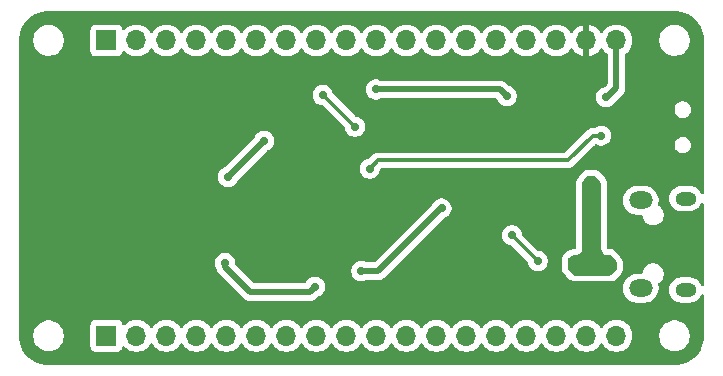
<source format=gbr>
%TF.GenerationSoftware,KiCad,Pcbnew,9.0.1*%
%TF.CreationDate,2025-04-04T14:44:14+02:00*%
%TF.ProjectId,stm32_red_pill,73746d33-325f-4726-9564-5f70696c6c2e,rev?*%
%TF.SameCoordinates,Original*%
%TF.FileFunction,Copper,L2,Bot*%
%TF.FilePolarity,Positive*%
%FSLAX46Y46*%
G04 Gerber Fmt 4.6, Leading zero omitted, Abs format (unit mm)*
G04 Created by KiCad (PCBNEW 9.0.1) date 2025-04-04 14:44:14*
%MOMM*%
%LPD*%
G01*
G04 APERTURE LIST*
%TA.AperFunction,ComponentPad*%
%ADD10R,1.700000X1.700000*%
%TD*%
%TA.AperFunction,ComponentPad*%
%ADD11O,1.700000X1.700000*%
%TD*%
%TA.AperFunction,HeatsinkPad*%
%ADD12O,1.800000X1.150000*%
%TD*%
%TA.AperFunction,HeatsinkPad*%
%ADD13O,2.000000X1.450000*%
%TD*%
%TA.AperFunction,ViaPad*%
%ADD14C,0.700000*%
%TD*%
%TA.AperFunction,Conductor*%
%ADD15C,0.500000*%
%TD*%
%TA.AperFunction,Conductor*%
%ADD16C,0.300000*%
%TD*%
G04 APERTURE END LIST*
D10*
%TO.P,J2,1,Pin_1*%
%TO.N,/PA2*%
X87900000Y-89000000D03*
D11*
%TO.P,J2,2,Pin_2*%
%TO.N,/PA1*%
X90440000Y-89000000D03*
%TO.P,J2,3,Pin_3*%
%TO.N,/PA0*%
X92980000Y-89000000D03*
%TO.P,J2,4,Pin_4*%
%TO.N,/PC15*%
X95520000Y-89000000D03*
%TO.P,J2,5,Pin_5*%
%TO.N,/PC14*%
X98060000Y-89000000D03*
%TO.P,J2,6,Pin_6*%
%TO.N,/PC13*%
X100600000Y-89000000D03*
%TO.P,J2,7,Pin_7*%
%TO.N,/PB9*%
X103140000Y-89000000D03*
%TO.P,J2,8,Pin_8*%
%TO.N,/PB8*%
X105680000Y-89000000D03*
%TO.P,J2,9,Pin_9*%
%TO.N,/PB7*%
X108220000Y-89000000D03*
%TO.P,J2,10,Pin_10*%
%TO.N,/PB6*%
X110760000Y-89000000D03*
%TO.P,J2,11,Pin_11*%
%TO.N,/PB5*%
X113300000Y-89000000D03*
%TO.P,J2,12,Pin_12*%
%TO.N,/PB4*%
X115840000Y-89000000D03*
%TO.P,J2,13,Pin_13*%
%TO.N,/PB3*%
X118380000Y-89000000D03*
%TO.P,J2,14,Pin_14*%
%TO.N,/PA15*%
X120920000Y-89000000D03*
%TO.P,J2,15,Pin_15*%
%TO.N,/PA14*%
X123460000Y-89000000D03*
%TO.P,J2,16,Pin_16*%
%TO.N,+3.3V*%
X126000000Y-89000000D03*
%TO.P,J2,17,Pin_17*%
%TO.N,GND*%
X128540000Y-89000000D03*
%TO.P,J2,18,Pin_18*%
%TO.N,VBUS*%
X131080000Y-89000000D03*
%TD*%
D12*
%TO.P,J1,6,Shield*%
%TO.N,unconnected-(J1-Shield-Pad6)_2*%
X136945000Y-110130000D03*
D13*
%TO.N,unconnected-(J1-Shield-Pad6)_3*%
X133145000Y-109980000D03*
%TO.N,unconnected-(J1-Shield-Pad6)*%
X133145000Y-102530000D03*
D12*
%TO.N,unconnected-(J1-Shield-Pad6)_1*%
X136945000Y-102380000D03*
%TD*%
D10*
%TO.P,J3,1,Pin_1*%
%TO.N,/PA3*%
X87900000Y-114000000D03*
D11*
%TO.P,J3,2,Pin_2*%
%TO.N,/PA4*%
X90440000Y-114000000D03*
%TO.P,J3,3,Pin_3*%
%TO.N,/PA5*%
X92980000Y-114000000D03*
%TO.P,J3,4,Pin_4*%
%TO.N,/PA6*%
X95520000Y-114000000D03*
%TO.P,J3,5,Pin_5*%
%TO.N,/PA7*%
X98060000Y-114000000D03*
%TO.P,J3,6,Pin_6*%
%TO.N,/PB0*%
X100600000Y-114000000D03*
%TO.P,J3,7,Pin_7*%
%TO.N,/PB1*%
X103140000Y-114000000D03*
%TO.P,J3,8,Pin_8*%
%TO.N,/PB2*%
X105680000Y-114000000D03*
%TO.P,J3,9,Pin_9*%
%TO.N,/PB10*%
X108220000Y-114000000D03*
%TO.P,J3,10,Pin_10*%
%TO.N,/PB11*%
X110760000Y-114000000D03*
%TO.P,J3,11,Pin_11*%
%TO.N,/PB12*%
X113300000Y-114000000D03*
%TO.P,J3,12,Pin_12*%
%TO.N,/PB13*%
X115840000Y-114000000D03*
%TO.P,J3,13,Pin_13*%
%TO.N,/PB14*%
X118380000Y-114000000D03*
%TO.P,J3,14,Pin_14*%
%TO.N,/PB15*%
X120920000Y-114000000D03*
%TO.P,J3,15,Pin_15*%
%TO.N,/PA8*%
X123460000Y-114000000D03*
%TO.P,J3,16,Pin_16*%
%TO.N,/PA9*%
X126000000Y-114000000D03*
%TO.P,J3,17,Pin_17*%
%TO.N,/PA10*%
X128540000Y-114000000D03*
%TO.P,J3,18,Pin_18*%
%TO.N,/PA13*%
X131080000Y-114000000D03*
%TD*%
D14*
%TO.N,+3.3V*%
X105550000Y-109850000D03*
X109480025Y-108519975D03*
X116275000Y-103225000D03*
X97950000Y-107850000D03*
X110700000Y-93150000D03*
X121800000Y-93700000D03*
%TO.N,GND*%
X108703285Y-94353285D03*
X123600000Y-100800000D03*
X121400000Y-98100000D03*
X94100000Y-96000000D03*
X100710589Y-102089411D03*
X97300000Y-92050000D03*
X124350000Y-100800000D03*
X103361864Y-97388136D03*
X95900000Y-106662499D03*
X122200000Y-98100000D03*
X116700000Y-104789411D03*
X105450000Y-108550000D03*
X133350000Y-98600000D03*
X124350000Y-102400000D03*
X113650000Y-94400000D03*
X100260000Y-95700000D03*
X123800000Y-97300000D03*
X95750000Y-102112499D03*
X124350000Y-101750000D03*
X130950000Y-104955000D03*
%TO.N,+3.3VA*%
X98200000Y-100550000D03*
X101260589Y-97489411D03*
%TO.N,VBUS*%
X128950000Y-100900000D03*
X128950000Y-101650000D03*
X130250000Y-108050000D03*
X127950000Y-108050000D03*
X129150000Y-108050000D03*
X128950000Y-102400000D03*
X130200000Y-93800000D03*
%TO.N,/BOOT0*%
X129800000Y-97050000D03*
X110200000Y-99850000D03*
%TO.N,/PB9*%
X106225000Y-93625000D03*
X108950000Y-96300000D03*
%TO.N,/PA13*%
X122250000Y-105500000D03*
X124425000Y-107675000D03*
%TD*%
D15*
%TO.N,+3.3V*%
X97950000Y-108150000D02*
X100100000Y-110300000D01*
X97950000Y-107850000D02*
X97950000Y-108150000D01*
X110930025Y-108519975D02*
X116225000Y-103225000D01*
X109480025Y-108519975D02*
X110930025Y-108519975D01*
X116225000Y-103225000D02*
X116275000Y-103225000D01*
X121250000Y-93150000D02*
X121800000Y-93700000D01*
X105100000Y-110300000D02*
X105550000Y-109850000D01*
X110700000Y-93150000D02*
X121250000Y-93150000D01*
X100100000Y-110300000D02*
X105100000Y-110300000D01*
%TO.N,+3.3VA*%
X98200000Y-100550000D02*
X101260589Y-97489411D01*
%TO.N,VBUS*%
X131080000Y-93020000D02*
X131080000Y-89000000D01*
X130300000Y-93800000D02*
X131080000Y-93020000D01*
X130200000Y-93800000D02*
X130300000Y-93800000D01*
D16*
%TO.N,/BOOT0*%
X129100000Y-97050000D02*
X127000000Y-99150000D01*
X127000000Y-99150000D02*
X110900000Y-99150000D01*
X110900000Y-99150000D02*
X110200000Y-99850000D01*
X129800000Y-97050000D02*
X129100000Y-97050000D01*
%TO.N,/PB9*%
X106225000Y-93625000D02*
X106275000Y-93625000D01*
X106275000Y-93625000D02*
X108950000Y-96300000D01*
%TO.N,/PA13*%
X124425000Y-107675000D02*
X122250000Y-105500000D01*
%TD*%
%TA.AperFunction,Conductor*%
%TO.N,GND*%
G36*
X136003736Y-86500726D02*
G01*
X136293796Y-86518271D01*
X136308659Y-86520076D01*
X136590798Y-86571780D01*
X136605335Y-86575363D01*
X136879172Y-86660695D01*
X136893163Y-86666000D01*
X137154743Y-86783727D01*
X137167989Y-86790680D01*
X137413465Y-86939075D01*
X137425776Y-86947573D01*
X137651573Y-87124473D01*
X137662781Y-87134403D01*
X137865596Y-87337218D01*
X137875526Y-87348426D01*
X137995481Y-87501538D01*
X138052422Y-87574217D01*
X138060926Y-87586537D01*
X138148573Y-87731523D01*
X138209316Y-87832004D01*
X138216275Y-87845263D01*
X138333997Y-88106831D01*
X138339306Y-88120832D01*
X138424635Y-88394663D01*
X138428219Y-88409201D01*
X138479923Y-88691340D01*
X138481728Y-88706205D01*
X138499274Y-88996263D01*
X138499500Y-89003750D01*
X138499500Y-101907538D01*
X138479815Y-101974577D01*
X138427011Y-102020332D01*
X138357853Y-102030276D01*
X138294297Y-102001251D01*
X138265015Y-101963833D01*
X138235836Y-101906569D01*
X138189850Y-101816315D01*
X138128329Y-101731638D01*
X138090351Y-101679365D01*
X138090347Y-101679360D01*
X137970639Y-101559652D01*
X137970634Y-101559648D01*
X137833688Y-101460152D01*
X137833687Y-101460151D01*
X137833685Y-101460150D01*
X137786582Y-101436150D01*
X137682853Y-101383296D01*
X137521847Y-101330981D01*
X137354649Y-101304500D01*
X137354644Y-101304500D01*
X136535356Y-101304500D01*
X136535351Y-101304500D01*
X136368152Y-101330981D01*
X136207146Y-101383296D01*
X136056311Y-101460152D01*
X135919365Y-101559648D01*
X135919360Y-101559652D01*
X135799652Y-101679360D01*
X135799648Y-101679365D01*
X135700152Y-101816311D01*
X135623296Y-101967146D01*
X135570981Y-102128152D01*
X135544500Y-102295350D01*
X135544500Y-102464649D01*
X135570981Y-102631847D01*
X135623296Y-102792853D01*
X135665923Y-102876511D01*
X135697307Y-102938106D01*
X135700152Y-102943688D01*
X135799648Y-103080634D01*
X135799652Y-103080639D01*
X135919360Y-103200347D01*
X135919365Y-103200351D01*
X136038817Y-103287137D01*
X136056315Y-103299850D01*
X136152425Y-103348820D01*
X136207146Y-103376703D01*
X136207148Y-103376703D01*
X136207151Y-103376705D01*
X136293450Y-103404745D01*
X136368152Y-103429018D01*
X136535351Y-103455500D01*
X136535356Y-103455500D01*
X137354649Y-103455500D01*
X137521847Y-103429018D01*
X137682849Y-103376705D01*
X137833685Y-103299850D01*
X137970641Y-103200346D01*
X138090346Y-103080641D01*
X138189850Y-102943685D01*
X138265015Y-102796166D01*
X138312990Y-102745370D01*
X138380811Y-102728575D01*
X138446946Y-102751113D01*
X138490397Y-102805828D01*
X138499500Y-102852461D01*
X138499500Y-109657538D01*
X138479815Y-109724577D01*
X138427011Y-109770332D01*
X138357853Y-109780276D01*
X138294297Y-109751251D01*
X138265015Y-109713833D01*
X138207994Y-109601925D01*
X138189850Y-109566315D01*
X138162925Y-109529256D01*
X138090351Y-109429365D01*
X138090347Y-109429360D01*
X137970639Y-109309652D01*
X137970634Y-109309648D01*
X137833688Y-109210152D01*
X137833687Y-109210151D01*
X137833685Y-109210150D01*
X137777727Y-109181638D01*
X137682853Y-109133296D01*
X137521847Y-109080981D01*
X137354649Y-109054500D01*
X137354644Y-109054500D01*
X136535356Y-109054500D01*
X136535351Y-109054500D01*
X136368152Y-109080981D01*
X136207146Y-109133296D01*
X136056311Y-109210152D01*
X135919365Y-109309648D01*
X135919360Y-109309652D01*
X135799652Y-109429360D01*
X135799648Y-109429365D01*
X135700152Y-109566311D01*
X135623296Y-109717146D01*
X135570981Y-109878152D01*
X135544500Y-110045350D01*
X135544500Y-110214649D01*
X135570981Y-110381847D01*
X135623296Y-110542853D01*
X135700152Y-110693688D01*
X135799648Y-110830634D01*
X135799652Y-110830639D01*
X135919360Y-110950347D01*
X135919365Y-110950351D01*
X135939648Y-110965087D01*
X136056315Y-111049850D01*
X136152425Y-111098820D01*
X136207146Y-111126703D01*
X136207148Y-111126703D01*
X136207151Y-111126705D01*
X136293450Y-111154745D01*
X136368152Y-111179018D01*
X136535351Y-111205500D01*
X136535356Y-111205500D01*
X137354649Y-111205500D01*
X137521847Y-111179018D01*
X137533216Y-111175324D01*
X137682849Y-111126705D01*
X137833685Y-111049850D01*
X137970641Y-110950346D01*
X138090346Y-110830641D01*
X138189850Y-110693685D01*
X138265015Y-110546166D01*
X138312990Y-110495370D01*
X138380811Y-110478575D01*
X138446946Y-110501113D01*
X138490397Y-110555828D01*
X138499500Y-110602461D01*
X138499500Y-113996249D01*
X138499274Y-114003736D01*
X138481728Y-114293794D01*
X138479923Y-114308659D01*
X138428219Y-114590798D01*
X138424635Y-114605336D01*
X138339306Y-114879167D01*
X138333997Y-114893168D01*
X138216275Y-115154736D01*
X138209316Y-115167995D01*
X138060928Y-115413459D01*
X138052422Y-115425782D01*
X137875526Y-115651573D01*
X137865596Y-115662781D01*
X137662781Y-115865596D01*
X137651573Y-115875526D01*
X137425782Y-116052422D01*
X137413459Y-116060928D01*
X137167995Y-116209316D01*
X137154736Y-116216275D01*
X136893168Y-116333997D01*
X136879167Y-116339306D01*
X136605336Y-116424635D01*
X136590798Y-116428219D01*
X136308659Y-116479923D01*
X136293794Y-116481728D01*
X136003736Y-116499274D01*
X135996249Y-116499500D01*
X83003751Y-116499500D01*
X82996264Y-116499274D01*
X82706205Y-116481728D01*
X82691340Y-116479923D01*
X82409201Y-116428219D01*
X82394663Y-116424635D01*
X82120832Y-116339306D01*
X82106831Y-116333997D01*
X81845263Y-116216275D01*
X81832004Y-116209316D01*
X81586540Y-116060928D01*
X81574217Y-116052422D01*
X81348426Y-115875526D01*
X81337218Y-115865596D01*
X81134403Y-115662781D01*
X81124473Y-115651573D01*
X80947573Y-115425776D01*
X80939075Y-115413465D01*
X80790680Y-115167989D01*
X80783727Y-115154743D01*
X80666000Y-114893163D01*
X80660693Y-114879167D01*
X80583505Y-114631463D01*
X80575363Y-114605335D01*
X80571780Y-114590798D01*
X80554998Y-114499223D01*
X80520075Y-114308657D01*
X80518271Y-114293794D01*
X80500726Y-114003736D01*
X80500500Y-113996249D01*
X80500500Y-113897648D01*
X81699500Y-113897648D01*
X81699500Y-114102351D01*
X81731522Y-114304534D01*
X81794781Y-114499223D01*
X81841442Y-114590798D01*
X81873644Y-114653999D01*
X81887715Y-114681613D01*
X82008028Y-114847213D01*
X82152786Y-114991971D01*
X82290928Y-115092335D01*
X82318390Y-115112287D01*
X82402319Y-115155051D01*
X82500776Y-115205218D01*
X82500778Y-115205218D01*
X82500781Y-115205220D01*
X82605137Y-115239127D01*
X82695465Y-115268477D01*
X82796557Y-115284488D01*
X82897648Y-115300500D01*
X82897649Y-115300500D01*
X83102351Y-115300500D01*
X83102352Y-115300500D01*
X83304534Y-115268477D01*
X83499219Y-115205220D01*
X83681610Y-115112287D01*
X83794726Y-115030104D01*
X83847213Y-114991971D01*
X83847215Y-114991968D01*
X83847219Y-114991966D01*
X83991966Y-114847219D01*
X83991968Y-114847215D01*
X83991971Y-114847213D01*
X84093247Y-114707816D01*
X84112287Y-114681610D01*
X84205220Y-114499219D01*
X84268477Y-114304534D01*
X84300500Y-114102352D01*
X84300500Y-113897648D01*
X84268477Y-113695466D01*
X84264673Y-113683760D01*
X84239127Y-113605137D01*
X84205220Y-113500781D01*
X84205218Y-113500778D01*
X84205218Y-113500776D01*
X84112287Y-113318390D01*
X84005705Y-113171691D01*
X84005704Y-113171690D01*
X83991967Y-113152782D01*
X83941320Y-113102135D01*
X86549500Y-113102135D01*
X86549500Y-114897870D01*
X86549501Y-114897876D01*
X86555908Y-114957483D01*
X86606202Y-115092328D01*
X86606206Y-115092335D01*
X86692452Y-115207544D01*
X86692455Y-115207547D01*
X86807664Y-115293793D01*
X86807671Y-115293797D01*
X86942517Y-115344091D01*
X86942516Y-115344091D01*
X86949444Y-115344835D01*
X87002127Y-115350500D01*
X88797872Y-115350499D01*
X88857483Y-115344091D01*
X88992331Y-115293796D01*
X89107546Y-115207546D01*
X89193796Y-115092331D01*
X89242810Y-114960916D01*
X89284681Y-114904984D01*
X89350145Y-114880566D01*
X89418418Y-114895417D01*
X89446673Y-114916569D01*
X89560213Y-115030109D01*
X89732179Y-115155048D01*
X89732181Y-115155049D01*
X89732184Y-115155051D01*
X89921588Y-115251557D01*
X90123757Y-115317246D01*
X90333713Y-115350500D01*
X90333714Y-115350500D01*
X90546286Y-115350500D01*
X90546287Y-115350500D01*
X90756243Y-115317246D01*
X90958412Y-115251557D01*
X91147816Y-115155051D01*
X91234138Y-115092335D01*
X91319786Y-115030109D01*
X91319788Y-115030106D01*
X91319792Y-115030104D01*
X91470104Y-114879792D01*
X91470106Y-114879788D01*
X91470109Y-114879786D01*
X91595048Y-114707820D01*
X91595047Y-114707820D01*
X91595051Y-114707816D01*
X91599514Y-114699054D01*
X91647488Y-114648259D01*
X91715308Y-114631463D01*
X91781444Y-114653999D01*
X91820486Y-114699056D01*
X91824951Y-114707820D01*
X91949890Y-114879786D01*
X92100213Y-115030109D01*
X92272179Y-115155048D01*
X92272181Y-115155049D01*
X92272184Y-115155051D01*
X92461588Y-115251557D01*
X92663757Y-115317246D01*
X92873713Y-115350500D01*
X92873714Y-115350500D01*
X93086286Y-115350500D01*
X93086287Y-115350500D01*
X93296243Y-115317246D01*
X93498412Y-115251557D01*
X93687816Y-115155051D01*
X93774138Y-115092335D01*
X93859786Y-115030109D01*
X93859788Y-115030106D01*
X93859792Y-115030104D01*
X94010104Y-114879792D01*
X94010106Y-114879788D01*
X94010109Y-114879786D01*
X94135048Y-114707820D01*
X94135047Y-114707820D01*
X94135051Y-114707816D01*
X94139514Y-114699054D01*
X94187488Y-114648259D01*
X94255308Y-114631463D01*
X94321444Y-114653999D01*
X94360486Y-114699056D01*
X94364951Y-114707820D01*
X94489890Y-114879786D01*
X94640213Y-115030109D01*
X94812179Y-115155048D01*
X94812181Y-115155049D01*
X94812184Y-115155051D01*
X95001588Y-115251557D01*
X95203757Y-115317246D01*
X95413713Y-115350500D01*
X95413714Y-115350500D01*
X95626286Y-115350500D01*
X95626287Y-115350500D01*
X95836243Y-115317246D01*
X96038412Y-115251557D01*
X96227816Y-115155051D01*
X96314138Y-115092335D01*
X96399786Y-115030109D01*
X96399788Y-115030106D01*
X96399792Y-115030104D01*
X96550104Y-114879792D01*
X96550106Y-114879788D01*
X96550109Y-114879786D01*
X96675048Y-114707820D01*
X96675047Y-114707820D01*
X96675051Y-114707816D01*
X96679514Y-114699054D01*
X96727488Y-114648259D01*
X96795308Y-114631463D01*
X96861444Y-114653999D01*
X96900486Y-114699056D01*
X96904951Y-114707820D01*
X97029890Y-114879786D01*
X97180213Y-115030109D01*
X97352179Y-115155048D01*
X97352181Y-115155049D01*
X97352184Y-115155051D01*
X97541588Y-115251557D01*
X97743757Y-115317246D01*
X97953713Y-115350500D01*
X97953714Y-115350500D01*
X98166286Y-115350500D01*
X98166287Y-115350500D01*
X98376243Y-115317246D01*
X98578412Y-115251557D01*
X98767816Y-115155051D01*
X98854138Y-115092335D01*
X98939786Y-115030109D01*
X98939788Y-115030106D01*
X98939792Y-115030104D01*
X99090104Y-114879792D01*
X99090106Y-114879788D01*
X99090109Y-114879786D01*
X99215048Y-114707820D01*
X99215047Y-114707820D01*
X99215051Y-114707816D01*
X99219514Y-114699054D01*
X99267488Y-114648259D01*
X99335308Y-114631463D01*
X99401444Y-114653999D01*
X99440486Y-114699056D01*
X99444951Y-114707820D01*
X99569890Y-114879786D01*
X99720213Y-115030109D01*
X99892179Y-115155048D01*
X99892181Y-115155049D01*
X99892184Y-115155051D01*
X100081588Y-115251557D01*
X100283757Y-115317246D01*
X100493713Y-115350500D01*
X100493714Y-115350500D01*
X100706286Y-115350500D01*
X100706287Y-115350500D01*
X100916243Y-115317246D01*
X101118412Y-115251557D01*
X101307816Y-115155051D01*
X101394138Y-115092335D01*
X101479786Y-115030109D01*
X101479788Y-115030106D01*
X101479792Y-115030104D01*
X101630104Y-114879792D01*
X101630106Y-114879788D01*
X101630109Y-114879786D01*
X101755048Y-114707820D01*
X101755047Y-114707820D01*
X101755051Y-114707816D01*
X101759514Y-114699054D01*
X101807488Y-114648259D01*
X101875308Y-114631463D01*
X101941444Y-114653999D01*
X101980486Y-114699056D01*
X101984951Y-114707820D01*
X102109890Y-114879786D01*
X102260213Y-115030109D01*
X102432179Y-115155048D01*
X102432181Y-115155049D01*
X102432184Y-115155051D01*
X102621588Y-115251557D01*
X102823757Y-115317246D01*
X103033713Y-115350500D01*
X103033714Y-115350500D01*
X103246286Y-115350500D01*
X103246287Y-115350500D01*
X103456243Y-115317246D01*
X103658412Y-115251557D01*
X103847816Y-115155051D01*
X103934138Y-115092335D01*
X104019786Y-115030109D01*
X104019788Y-115030106D01*
X104019792Y-115030104D01*
X104170104Y-114879792D01*
X104170106Y-114879788D01*
X104170109Y-114879786D01*
X104295048Y-114707820D01*
X104295047Y-114707820D01*
X104295051Y-114707816D01*
X104299514Y-114699054D01*
X104347488Y-114648259D01*
X104415308Y-114631463D01*
X104481444Y-114653999D01*
X104520486Y-114699056D01*
X104524951Y-114707820D01*
X104649890Y-114879786D01*
X104800213Y-115030109D01*
X104972179Y-115155048D01*
X104972181Y-115155049D01*
X104972184Y-115155051D01*
X105161588Y-115251557D01*
X105363757Y-115317246D01*
X105573713Y-115350500D01*
X105573714Y-115350500D01*
X105786286Y-115350500D01*
X105786287Y-115350500D01*
X105996243Y-115317246D01*
X106198412Y-115251557D01*
X106387816Y-115155051D01*
X106474138Y-115092335D01*
X106559786Y-115030109D01*
X106559788Y-115030106D01*
X106559792Y-115030104D01*
X106710104Y-114879792D01*
X106710106Y-114879788D01*
X106710109Y-114879786D01*
X106835048Y-114707820D01*
X106835047Y-114707820D01*
X106835051Y-114707816D01*
X106839514Y-114699054D01*
X106887488Y-114648259D01*
X106955308Y-114631463D01*
X107021444Y-114653999D01*
X107060486Y-114699056D01*
X107064951Y-114707820D01*
X107189890Y-114879786D01*
X107340213Y-115030109D01*
X107512179Y-115155048D01*
X107512181Y-115155049D01*
X107512184Y-115155051D01*
X107701588Y-115251557D01*
X107903757Y-115317246D01*
X108113713Y-115350500D01*
X108113714Y-115350500D01*
X108326286Y-115350500D01*
X108326287Y-115350500D01*
X108536243Y-115317246D01*
X108738412Y-115251557D01*
X108927816Y-115155051D01*
X109014138Y-115092335D01*
X109099786Y-115030109D01*
X109099788Y-115030106D01*
X109099792Y-115030104D01*
X109250104Y-114879792D01*
X109250106Y-114879788D01*
X109250109Y-114879786D01*
X109375048Y-114707820D01*
X109375047Y-114707820D01*
X109375051Y-114707816D01*
X109379514Y-114699054D01*
X109427488Y-114648259D01*
X109495308Y-114631463D01*
X109561444Y-114653999D01*
X109600486Y-114699056D01*
X109604951Y-114707820D01*
X109729890Y-114879786D01*
X109880213Y-115030109D01*
X110052179Y-115155048D01*
X110052181Y-115155049D01*
X110052184Y-115155051D01*
X110241588Y-115251557D01*
X110443757Y-115317246D01*
X110653713Y-115350500D01*
X110653714Y-115350500D01*
X110866286Y-115350500D01*
X110866287Y-115350500D01*
X111076243Y-115317246D01*
X111278412Y-115251557D01*
X111467816Y-115155051D01*
X111554138Y-115092335D01*
X111639786Y-115030109D01*
X111639788Y-115030106D01*
X111639792Y-115030104D01*
X111790104Y-114879792D01*
X111790106Y-114879788D01*
X111790109Y-114879786D01*
X111915048Y-114707820D01*
X111915047Y-114707820D01*
X111915051Y-114707816D01*
X111919514Y-114699054D01*
X111967488Y-114648259D01*
X112035308Y-114631463D01*
X112101444Y-114653999D01*
X112140486Y-114699056D01*
X112144951Y-114707820D01*
X112269890Y-114879786D01*
X112420213Y-115030109D01*
X112592179Y-115155048D01*
X112592181Y-115155049D01*
X112592184Y-115155051D01*
X112781588Y-115251557D01*
X112983757Y-115317246D01*
X113193713Y-115350500D01*
X113193714Y-115350500D01*
X113406286Y-115350500D01*
X113406287Y-115350500D01*
X113616243Y-115317246D01*
X113818412Y-115251557D01*
X114007816Y-115155051D01*
X114094138Y-115092335D01*
X114179786Y-115030109D01*
X114179788Y-115030106D01*
X114179792Y-115030104D01*
X114330104Y-114879792D01*
X114330106Y-114879788D01*
X114330109Y-114879786D01*
X114455048Y-114707820D01*
X114455047Y-114707820D01*
X114455051Y-114707816D01*
X114459514Y-114699054D01*
X114507488Y-114648259D01*
X114575308Y-114631463D01*
X114641444Y-114653999D01*
X114680486Y-114699056D01*
X114684951Y-114707820D01*
X114809890Y-114879786D01*
X114960213Y-115030109D01*
X115132179Y-115155048D01*
X115132181Y-115155049D01*
X115132184Y-115155051D01*
X115321588Y-115251557D01*
X115523757Y-115317246D01*
X115733713Y-115350500D01*
X115733714Y-115350500D01*
X115946286Y-115350500D01*
X115946287Y-115350500D01*
X116156243Y-115317246D01*
X116358412Y-115251557D01*
X116547816Y-115155051D01*
X116634138Y-115092335D01*
X116719786Y-115030109D01*
X116719788Y-115030106D01*
X116719792Y-115030104D01*
X116870104Y-114879792D01*
X116870106Y-114879788D01*
X116870109Y-114879786D01*
X116995048Y-114707820D01*
X116995047Y-114707820D01*
X116995051Y-114707816D01*
X116999514Y-114699054D01*
X117047488Y-114648259D01*
X117115308Y-114631463D01*
X117181444Y-114653999D01*
X117220486Y-114699056D01*
X117224951Y-114707820D01*
X117349890Y-114879786D01*
X117500213Y-115030109D01*
X117672179Y-115155048D01*
X117672181Y-115155049D01*
X117672184Y-115155051D01*
X117861588Y-115251557D01*
X118063757Y-115317246D01*
X118273713Y-115350500D01*
X118273714Y-115350500D01*
X118486286Y-115350500D01*
X118486287Y-115350500D01*
X118696243Y-115317246D01*
X118898412Y-115251557D01*
X119087816Y-115155051D01*
X119174138Y-115092335D01*
X119259786Y-115030109D01*
X119259788Y-115030106D01*
X119259792Y-115030104D01*
X119410104Y-114879792D01*
X119410106Y-114879788D01*
X119410109Y-114879786D01*
X119535048Y-114707820D01*
X119535047Y-114707820D01*
X119535051Y-114707816D01*
X119539514Y-114699054D01*
X119587488Y-114648259D01*
X119655308Y-114631463D01*
X119721444Y-114653999D01*
X119760486Y-114699056D01*
X119764951Y-114707820D01*
X119889890Y-114879786D01*
X120040213Y-115030109D01*
X120212179Y-115155048D01*
X120212181Y-115155049D01*
X120212184Y-115155051D01*
X120401588Y-115251557D01*
X120603757Y-115317246D01*
X120813713Y-115350500D01*
X120813714Y-115350500D01*
X121026286Y-115350500D01*
X121026287Y-115350500D01*
X121236243Y-115317246D01*
X121438412Y-115251557D01*
X121627816Y-115155051D01*
X121714138Y-115092335D01*
X121799786Y-115030109D01*
X121799788Y-115030106D01*
X121799792Y-115030104D01*
X121950104Y-114879792D01*
X121950106Y-114879788D01*
X121950109Y-114879786D01*
X122075048Y-114707820D01*
X122075047Y-114707820D01*
X122075051Y-114707816D01*
X122079514Y-114699054D01*
X122127488Y-114648259D01*
X122195308Y-114631463D01*
X122261444Y-114653999D01*
X122300486Y-114699056D01*
X122304951Y-114707820D01*
X122429890Y-114879786D01*
X122580213Y-115030109D01*
X122752179Y-115155048D01*
X122752181Y-115155049D01*
X122752184Y-115155051D01*
X122941588Y-115251557D01*
X123143757Y-115317246D01*
X123353713Y-115350500D01*
X123353714Y-115350500D01*
X123566286Y-115350500D01*
X123566287Y-115350500D01*
X123776243Y-115317246D01*
X123978412Y-115251557D01*
X124167816Y-115155051D01*
X124254138Y-115092335D01*
X124339786Y-115030109D01*
X124339788Y-115030106D01*
X124339792Y-115030104D01*
X124490104Y-114879792D01*
X124490106Y-114879788D01*
X124490109Y-114879786D01*
X124615048Y-114707820D01*
X124615047Y-114707820D01*
X124615051Y-114707816D01*
X124619514Y-114699054D01*
X124667488Y-114648259D01*
X124735308Y-114631463D01*
X124801444Y-114653999D01*
X124840486Y-114699056D01*
X124844951Y-114707820D01*
X124969890Y-114879786D01*
X125120213Y-115030109D01*
X125292179Y-115155048D01*
X125292181Y-115155049D01*
X125292184Y-115155051D01*
X125481588Y-115251557D01*
X125683757Y-115317246D01*
X125893713Y-115350500D01*
X125893714Y-115350500D01*
X126106286Y-115350500D01*
X126106287Y-115350500D01*
X126316243Y-115317246D01*
X126518412Y-115251557D01*
X126707816Y-115155051D01*
X126794138Y-115092335D01*
X126879786Y-115030109D01*
X126879788Y-115030106D01*
X126879792Y-115030104D01*
X127030104Y-114879792D01*
X127030106Y-114879788D01*
X127030109Y-114879786D01*
X127155048Y-114707820D01*
X127155047Y-114707820D01*
X127155051Y-114707816D01*
X127159514Y-114699054D01*
X127207488Y-114648259D01*
X127275308Y-114631463D01*
X127341444Y-114653999D01*
X127380486Y-114699056D01*
X127384951Y-114707820D01*
X127509890Y-114879786D01*
X127660213Y-115030109D01*
X127832179Y-115155048D01*
X127832181Y-115155049D01*
X127832184Y-115155051D01*
X128021588Y-115251557D01*
X128223757Y-115317246D01*
X128433713Y-115350500D01*
X128433714Y-115350500D01*
X128646286Y-115350500D01*
X128646287Y-115350500D01*
X128856243Y-115317246D01*
X129058412Y-115251557D01*
X129247816Y-115155051D01*
X129334138Y-115092335D01*
X129419786Y-115030109D01*
X129419788Y-115030106D01*
X129419792Y-115030104D01*
X129570104Y-114879792D01*
X129570106Y-114879788D01*
X129570109Y-114879786D01*
X129695048Y-114707820D01*
X129695047Y-114707820D01*
X129695051Y-114707816D01*
X129699514Y-114699054D01*
X129747488Y-114648259D01*
X129815308Y-114631463D01*
X129881444Y-114653999D01*
X129920486Y-114699056D01*
X129924951Y-114707820D01*
X130049890Y-114879786D01*
X130200213Y-115030109D01*
X130372179Y-115155048D01*
X130372181Y-115155049D01*
X130372184Y-115155051D01*
X130561588Y-115251557D01*
X130763757Y-115317246D01*
X130973713Y-115350500D01*
X130973714Y-115350500D01*
X131186286Y-115350500D01*
X131186287Y-115350500D01*
X131396243Y-115317246D01*
X131598412Y-115251557D01*
X131787816Y-115155051D01*
X131874138Y-115092335D01*
X131959786Y-115030109D01*
X131959788Y-115030106D01*
X131959792Y-115030104D01*
X132110104Y-114879792D01*
X132110106Y-114879788D01*
X132110109Y-114879786D01*
X132235048Y-114707820D01*
X132235047Y-114707820D01*
X132235051Y-114707816D01*
X132331557Y-114518412D01*
X132397246Y-114316243D01*
X132430500Y-114106287D01*
X132430500Y-113897648D01*
X134699500Y-113897648D01*
X134699500Y-114102351D01*
X134731522Y-114304534D01*
X134794781Y-114499223D01*
X134841442Y-114590798D01*
X134873644Y-114653999D01*
X134887715Y-114681613D01*
X135008028Y-114847213D01*
X135152786Y-114991971D01*
X135290928Y-115092335D01*
X135318390Y-115112287D01*
X135402319Y-115155051D01*
X135500776Y-115205218D01*
X135500778Y-115205218D01*
X135500781Y-115205220D01*
X135605137Y-115239127D01*
X135695465Y-115268477D01*
X135796557Y-115284488D01*
X135897648Y-115300500D01*
X135897649Y-115300500D01*
X136102351Y-115300500D01*
X136102352Y-115300500D01*
X136304534Y-115268477D01*
X136499219Y-115205220D01*
X136681610Y-115112287D01*
X136794726Y-115030104D01*
X136847213Y-114991971D01*
X136847215Y-114991968D01*
X136847219Y-114991966D01*
X136991966Y-114847219D01*
X136991968Y-114847215D01*
X136991971Y-114847213D01*
X137093247Y-114707816D01*
X137112287Y-114681610D01*
X137205220Y-114499219D01*
X137268477Y-114304534D01*
X137300500Y-114102352D01*
X137300500Y-113897648D01*
X137268477Y-113695466D01*
X137264673Y-113683760D01*
X137239127Y-113605137D01*
X137205220Y-113500781D01*
X137205218Y-113500778D01*
X137205218Y-113500776D01*
X137171503Y-113434607D01*
X137112287Y-113318390D01*
X137099613Y-113300946D01*
X136991971Y-113152786D01*
X136847213Y-113008028D01*
X136681613Y-112887715D01*
X136681612Y-112887714D01*
X136681610Y-112887713D01*
X136597681Y-112844949D01*
X136499223Y-112794781D01*
X136304534Y-112731522D01*
X136129995Y-112703878D01*
X136102352Y-112699500D01*
X135897648Y-112699500D01*
X135873329Y-112703351D01*
X135695465Y-112731522D01*
X135500776Y-112794781D01*
X135318386Y-112887715D01*
X135152786Y-113008028D01*
X135008028Y-113152786D01*
X134887715Y-113318386D01*
X134794781Y-113500776D01*
X134731522Y-113695465D01*
X134699500Y-113897648D01*
X132430500Y-113897648D01*
X132430500Y-113893713D01*
X132397246Y-113683757D01*
X132331557Y-113481588D01*
X132235051Y-113292184D01*
X132235049Y-113292181D01*
X132235048Y-113292179D01*
X132110109Y-113120213D01*
X131959786Y-112969890D01*
X131787820Y-112844951D01*
X131598414Y-112748444D01*
X131598413Y-112748443D01*
X131598412Y-112748443D01*
X131396243Y-112682754D01*
X131396241Y-112682753D01*
X131396240Y-112682753D01*
X131234957Y-112657208D01*
X131186287Y-112649500D01*
X130973713Y-112649500D01*
X130925042Y-112657208D01*
X130763760Y-112682753D01*
X130561585Y-112748444D01*
X130372179Y-112844951D01*
X130200213Y-112969890D01*
X130049890Y-113120213D01*
X129924949Y-113292182D01*
X129920484Y-113300946D01*
X129872509Y-113351742D01*
X129804688Y-113368536D01*
X129738553Y-113345998D01*
X129699516Y-113300946D01*
X129695050Y-113292182D01*
X129570109Y-113120213D01*
X129419786Y-112969890D01*
X129247820Y-112844951D01*
X129058414Y-112748444D01*
X129058413Y-112748443D01*
X129058412Y-112748443D01*
X128856243Y-112682754D01*
X128856241Y-112682753D01*
X128856240Y-112682753D01*
X128694957Y-112657208D01*
X128646287Y-112649500D01*
X128433713Y-112649500D01*
X128385042Y-112657208D01*
X128223760Y-112682753D01*
X128021585Y-112748444D01*
X127832179Y-112844951D01*
X127660213Y-112969890D01*
X127509890Y-113120213D01*
X127384949Y-113292182D01*
X127380484Y-113300946D01*
X127332509Y-113351742D01*
X127264688Y-113368536D01*
X127198553Y-113345998D01*
X127159516Y-113300946D01*
X127155050Y-113292182D01*
X127030109Y-113120213D01*
X126879786Y-112969890D01*
X126707820Y-112844951D01*
X126518414Y-112748444D01*
X126518413Y-112748443D01*
X126518412Y-112748443D01*
X126316243Y-112682754D01*
X126316241Y-112682753D01*
X126316240Y-112682753D01*
X126154957Y-112657208D01*
X126106287Y-112649500D01*
X125893713Y-112649500D01*
X125845042Y-112657208D01*
X125683760Y-112682753D01*
X125481585Y-112748444D01*
X125292179Y-112844951D01*
X125120213Y-112969890D01*
X124969890Y-113120213D01*
X124844949Y-113292182D01*
X124840484Y-113300946D01*
X124792509Y-113351742D01*
X124724688Y-113368536D01*
X124658553Y-113345998D01*
X124619516Y-113300946D01*
X124615050Y-113292182D01*
X124490109Y-113120213D01*
X124339786Y-112969890D01*
X124167820Y-112844951D01*
X123978414Y-112748444D01*
X123978413Y-112748443D01*
X123978412Y-112748443D01*
X123776243Y-112682754D01*
X123776241Y-112682753D01*
X123776240Y-112682753D01*
X123614957Y-112657208D01*
X123566287Y-112649500D01*
X123353713Y-112649500D01*
X123305042Y-112657208D01*
X123143760Y-112682753D01*
X122941585Y-112748444D01*
X122752179Y-112844951D01*
X122580213Y-112969890D01*
X122429890Y-113120213D01*
X122304949Y-113292182D01*
X122300484Y-113300946D01*
X122252509Y-113351742D01*
X122184688Y-113368536D01*
X122118553Y-113345998D01*
X122079516Y-113300946D01*
X122075050Y-113292182D01*
X121950109Y-113120213D01*
X121799786Y-112969890D01*
X121627820Y-112844951D01*
X121438414Y-112748444D01*
X121438413Y-112748443D01*
X121438412Y-112748443D01*
X121236243Y-112682754D01*
X121236241Y-112682753D01*
X121236240Y-112682753D01*
X121074957Y-112657208D01*
X121026287Y-112649500D01*
X120813713Y-112649500D01*
X120765042Y-112657208D01*
X120603760Y-112682753D01*
X120401585Y-112748444D01*
X120212179Y-112844951D01*
X120040213Y-112969890D01*
X119889890Y-113120213D01*
X119764949Y-113292182D01*
X119760484Y-113300946D01*
X119712509Y-113351742D01*
X119644688Y-113368536D01*
X119578553Y-113345998D01*
X119539516Y-113300946D01*
X119535050Y-113292182D01*
X119410109Y-113120213D01*
X119259786Y-112969890D01*
X119087820Y-112844951D01*
X118898414Y-112748444D01*
X118898413Y-112748443D01*
X118898412Y-112748443D01*
X118696243Y-112682754D01*
X118696241Y-112682753D01*
X118696240Y-112682753D01*
X118534957Y-112657208D01*
X118486287Y-112649500D01*
X118273713Y-112649500D01*
X118225042Y-112657208D01*
X118063760Y-112682753D01*
X117861585Y-112748444D01*
X117672179Y-112844951D01*
X117500213Y-112969890D01*
X117349890Y-113120213D01*
X117224949Y-113292182D01*
X117220484Y-113300946D01*
X117172509Y-113351742D01*
X117104688Y-113368536D01*
X117038553Y-113345998D01*
X116999516Y-113300946D01*
X116995050Y-113292182D01*
X116870109Y-113120213D01*
X116719786Y-112969890D01*
X116547820Y-112844951D01*
X116358414Y-112748444D01*
X116358413Y-112748443D01*
X116358412Y-112748443D01*
X116156243Y-112682754D01*
X116156241Y-112682753D01*
X116156240Y-112682753D01*
X115994957Y-112657208D01*
X115946287Y-112649500D01*
X115733713Y-112649500D01*
X115685042Y-112657208D01*
X115523760Y-112682753D01*
X115321585Y-112748444D01*
X115132179Y-112844951D01*
X114960213Y-112969890D01*
X114809890Y-113120213D01*
X114684949Y-113292182D01*
X114680484Y-113300946D01*
X114632509Y-113351742D01*
X114564688Y-113368536D01*
X114498553Y-113345998D01*
X114459516Y-113300946D01*
X114455050Y-113292182D01*
X114330109Y-113120213D01*
X114179786Y-112969890D01*
X114007820Y-112844951D01*
X113818414Y-112748444D01*
X113818413Y-112748443D01*
X113818412Y-112748443D01*
X113616243Y-112682754D01*
X113616241Y-112682753D01*
X113616240Y-112682753D01*
X113454957Y-112657208D01*
X113406287Y-112649500D01*
X113193713Y-112649500D01*
X113145042Y-112657208D01*
X112983760Y-112682753D01*
X112781585Y-112748444D01*
X112592179Y-112844951D01*
X112420213Y-112969890D01*
X112269890Y-113120213D01*
X112144949Y-113292182D01*
X112140484Y-113300946D01*
X112092509Y-113351742D01*
X112024688Y-113368536D01*
X111958553Y-113345998D01*
X111919516Y-113300946D01*
X111915050Y-113292182D01*
X111790109Y-113120213D01*
X111639786Y-112969890D01*
X111467820Y-112844951D01*
X111278414Y-112748444D01*
X111278413Y-112748443D01*
X111278412Y-112748443D01*
X111076243Y-112682754D01*
X111076241Y-112682753D01*
X111076240Y-112682753D01*
X110914957Y-112657208D01*
X110866287Y-112649500D01*
X110653713Y-112649500D01*
X110605042Y-112657208D01*
X110443760Y-112682753D01*
X110241585Y-112748444D01*
X110052179Y-112844951D01*
X109880213Y-112969890D01*
X109729890Y-113120213D01*
X109604949Y-113292182D01*
X109600484Y-113300946D01*
X109552509Y-113351742D01*
X109484688Y-113368536D01*
X109418553Y-113345998D01*
X109379516Y-113300946D01*
X109375050Y-113292182D01*
X109250109Y-113120213D01*
X109099786Y-112969890D01*
X108927820Y-112844951D01*
X108738414Y-112748444D01*
X108738413Y-112748443D01*
X108738412Y-112748443D01*
X108536243Y-112682754D01*
X108536241Y-112682753D01*
X108536240Y-112682753D01*
X108374957Y-112657208D01*
X108326287Y-112649500D01*
X108113713Y-112649500D01*
X108065042Y-112657208D01*
X107903760Y-112682753D01*
X107701585Y-112748444D01*
X107512179Y-112844951D01*
X107340213Y-112969890D01*
X107189890Y-113120213D01*
X107064949Y-113292182D01*
X107060484Y-113300946D01*
X107012509Y-113351742D01*
X106944688Y-113368536D01*
X106878553Y-113345998D01*
X106839516Y-113300946D01*
X106835050Y-113292182D01*
X106710109Y-113120213D01*
X106559786Y-112969890D01*
X106387820Y-112844951D01*
X106198414Y-112748444D01*
X106198413Y-112748443D01*
X106198412Y-112748443D01*
X105996243Y-112682754D01*
X105996241Y-112682753D01*
X105996240Y-112682753D01*
X105834957Y-112657208D01*
X105786287Y-112649500D01*
X105573713Y-112649500D01*
X105525042Y-112657208D01*
X105363760Y-112682753D01*
X105161585Y-112748444D01*
X104972179Y-112844951D01*
X104800213Y-112969890D01*
X104649890Y-113120213D01*
X104524949Y-113292182D01*
X104520484Y-113300946D01*
X104472509Y-113351742D01*
X104404688Y-113368536D01*
X104338553Y-113345998D01*
X104299516Y-113300946D01*
X104295050Y-113292182D01*
X104170109Y-113120213D01*
X104019786Y-112969890D01*
X103847820Y-112844951D01*
X103658414Y-112748444D01*
X103658413Y-112748443D01*
X103658412Y-112748443D01*
X103456243Y-112682754D01*
X103456241Y-112682753D01*
X103456240Y-112682753D01*
X103294957Y-112657208D01*
X103246287Y-112649500D01*
X103033713Y-112649500D01*
X102985042Y-112657208D01*
X102823760Y-112682753D01*
X102621585Y-112748444D01*
X102432179Y-112844951D01*
X102260213Y-112969890D01*
X102109890Y-113120213D01*
X101984949Y-113292182D01*
X101980484Y-113300946D01*
X101932509Y-113351742D01*
X101864688Y-113368536D01*
X101798553Y-113345998D01*
X101759516Y-113300946D01*
X101755050Y-113292182D01*
X101630109Y-113120213D01*
X101479786Y-112969890D01*
X101307820Y-112844951D01*
X101118414Y-112748444D01*
X101118413Y-112748443D01*
X101118412Y-112748443D01*
X100916243Y-112682754D01*
X100916241Y-112682753D01*
X100916240Y-112682753D01*
X100754957Y-112657208D01*
X100706287Y-112649500D01*
X100493713Y-112649500D01*
X100445042Y-112657208D01*
X100283760Y-112682753D01*
X100081585Y-112748444D01*
X99892179Y-112844951D01*
X99720213Y-112969890D01*
X99569890Y-113120213D01*
X99444949Y-113292182D01*
X99440484Y-113300946D01*
X99392509Y-113351742D01*
X99324688Y-113368536D01*
X99258553Y-113345998D01*
X99219516Y-113300946D01*
X99215050Y-113292182D01*
X99090109Y-113120213D01*
X98939786Y-112969890D01*
X98767820Y-112844951D01*
X98578414Y-112748444D01*
X98578413Y-112748443D01*
X98578412Y-112748443D01*
X98376243Y-112682754D01*
X98376241Y-112682753D01*
X98376240Y-112682753D01*
X98214957Y-112657208D01*
X98166287Y-112649500D01*
X97953713Y-112649500D01*
X97905042Y-112657208D01*
X97743760Y-112682753D01*
X97541585Y-112748444D01*
X97352179Y-112844951D01*
X97180213Y-112969890D01*
X97029890Y-113120213D01*
X96904949Y-113292182D01*
X96900484Y-113300946D01*
X96852509Y-113351742D01*
X96784688Y-113368536D01*
X96718553Y-113345998D01*
X96679516Y-113300946D01*
X96675050Y-113292182D01*
X96550109Y-113120213D01*
X96399786Y-112969890D01*
X96227820Y-112844951D01*
X96038414Y-112748444D01*
X96038413Y-112748443D01*
X96038412Y-112748443D01*
X95836243Y-112682754D01*
X95836241Y-112682753D01*
X95836240Y-112682753D01*
X95674957Y-112657208D01*
X95626287Y-112649500D01*
X95413713Y-112649500D01*
X95365042Y-112657208D01*
X95203760Y-112682753D01*
X95001585Y-112748444D01*
X94812179Y-112844951D01*
X94640213Y-112969890D01*
X94489890Y-113120213D01*
X94364949Y-113292182D01*
X94360484Y-113300946D01*
X94312509Y-113351742D01*
X94244688Y-113368536D01*
X94178553Y-113345998D01*
X94139516Y-113300946D01*
X94135050Y-113292182D01*
X94010109Y-113120213D01*
X93859786Y-112969890D01*
X93687820Y-112844951D01*
X93498414Y-112748444D01*
X93498413Y-112748443D01*
X93498412Y-112748443D01*
X93296243Y-112682754D01*
X93296241Y-112682753D01*
X93296240Y-112682753D01*
X93134957Y-112657208D01*
X93086287Y-112649500D01*
X92873713Y-112649500D01*
X92825042Y-112657208D01*
X92663760Y-112682753D01*
X92461585Y-112748444D01*
X92272179Y-112844951D01*
X92100213Y-112969890D01*
X91949890Y-113120213D01*
X91824949Y-113292182D01*
X91820484Y-113300946D01*
X91772509Y-113351742D01*
X91704688Y-113368536D01*
X91638553Y-113345998D01*
X91599516Y-113300946D01*
X91595050Y-113292182D01*
X91470109Y-113120213D01*
X91319786Y-112969890D01*
X91147820Y-112844951D01*
X90958414Y-112748444D01*
X90958413Y-112748443D01*
X90958412Y-112748443D01*
X90756243Y-112682754D01*
X90756241Y-112682753D01*
X90756240Y-112682753D01*
X90594957Y-112657208D01*
X90546287Y-112649500D01*
X90333713Y-112649500D01*
X90285042Y-112657208D01*
X90123760Y-112682753D01*
X89921585Y-112748444D01*
X89732179Y-112844951D01*
X89560215Y-112969889D01*
X89446673Y-113083431D01*
X89385350Y-113116915D01*
X89315658Y-113111931D01*
X89259725Y-113070059D01*
X89242810Y-113039082D01*
X89193797Y-112907671D01*
X89193793Y-112907664D01*
X89107547Y-112792455D01*
X89107544Y-112792452D01*
X88992335Y-112706206D01*
X88992328Y-112706202D01*
X88857482Y-112655908D01*
X88857483Y-112655908D01*
X88797883Y-112649501D01*
X88797881Y-112649500D01*
X88797873Y-112649500D01*
X88797864Y-112649500D01*
X87002129Y-112649500D01*
X87002123Y-112649501D01*
X86942516Y-112655908D01*
X86807671Y-112706202D01*
X86807664Y-112706206D01*
X86692455Y-112792452D01*
X86692452Y-112792455D01*
X86606206Y-112907664D01*
X86606202Y-112907671D01*
X86555908Y-113042517D01*
X86549501Y-113102116D01*
X86549500Y-113102135D01*
X83941320Y-113102135D01*
X83847213Y-113008028D01*
X83681613Y-112887715D01*
X83681612Y-112887714D01*
X83681610Y-112887713D01*
X83597681Y-112844949D01*
X83499223Y-112794781D01*
X83304534Y-112731522D01*
X83129995Y-112703878D01*
X83102352Y-112699500D01*
X82897648Y-112699500D01*
X82873329Y-112703351D01*
X82695465Y-112731522D01*
X82500776Y-112794781D01*
X82318386Y-112887715D01*
X82152786Y-113008028D01*
X82008028Y-113152786D01*
X81887715Y-113318386D01*
X81794781Y-113500776D01*
X81731522Y-113695465D01*
X81699500Y-113897648D01*
X80500500Y-113897648D01*
X80500500Y-107766228D01*
X97099500Y-107766228D01*
X97099500Y-107933771D01*
X97132182Y-108098074D01*
X97132184Y-108098082D01*
X97196296Y-108252861D01*
X97199166Y-108258230D01*
X97198344Y-108258668D01*
X97213867Y-108296148D01*
X97228340Y-108368907D01*
X97228343Y-108368917D01*
X97284913Y-108505490D01*
X97284914Y-108505491D01*
X97284916Y-108505495D01*
X97298282Y-108525498D01*
X97298283Y-108525501D01*
X97367046Y-108628414D01*
X97367052Y-108628421D01*
X99517049Y-110778416D01*
X99621584Y-110882951D01*
X99621585Y-110882952D01*
X99744498Y-110965080D01*
X99744511Y-110965087D01*
X99881082Y-111021656D01*
X99881087Y-111021658D01*
X99881091Y-111021658D01*
X99881092Y-111021659D01*
X100026079Y-111050500D01*
X100026082Y-111050500D01*
X105173920Y-111050500D01*
X105271462Y-111031096D01*
X105318913Y-111021658D01*
X105455495Y-110965084D01*
X105530812Y-110914759D01*
X105578416Y-110882952D01*
X105772908Y-110688457D01*
X105813131Y-110661582D01*
X105952863Y-110603703D01*
X106092162Y-110510626D01*
X106210626Y-110392162D01*
X106303703Y-110252863D01*
X106367816Y-110098082D01*
X106400500Y-109933767D01*
X106400500Y-109883551D01*
X131644500Y-109883551D01*
X131644500Y-110076448D01*
X131674675Y-110266969D01*
X131674676Y-110266972D01*
X131734285Y-110450429D01*
X131821859Y-110622302D01*
X131935241Y-110778359D01*
X132071641Y-110914759D01*
X132227698Y-111028141D01*
X132399571Y-111115715D01*
X132583028Y-111175324D01*
X132773551Y-111205500D01*
X132773552Y-111205500D01*
X133516448Y-111205500D01*
X133516449Y-111205500D01*
X133706972Y-111175324D01*
X133890429Y-111115715D01*
X134062302Y-111028141D01*
X134218359Y-110914759D01*
X134354759Y-110778359D01*
X134468141Y-110622302D01*
X134555715Y-110450429D01*
X134615324Y-110266972D01*
X134645500Y-110076449D01*
X134645500Y-109883551D01*
X134615324Y-109693028D01*
X134608060Y-109670675D01*
X134606066Y-109600835D01*
X134642146Y-109541002D01*
X134657097Y-109529258D01*
X134769035Y-109454464D01*
X134894464Y-109329035D01*
X134993013Y-109181547D01*
X135060894Y-109017666D01*
X135064508Y-108999500D01*
X135091723Y-108862678D01*
X135095500Y-108843691D01*
X135095500Y-108666309D01*
X135095500Y-108666306D01*
X135095499Y-108666304D01*
X135060896Y-108492341D01*
X135060893Y-108492332D01*
X134993016Y-108328459D01*
X134993009Y-108328446D01*
X134894464Y-108180965D01*
X134894461Y-108180961D01*
X134769038Y-108055538D01*
X134769034Y-108055535D01*
X134621553Y-107956990D01*
X134621540Y-107956983D01*
X134457667Y-107889106D01*
X134457658Y-107889103D01*
X134283694Y-107854500D01*
X134283691Y-107854500D01*
X134106309Y-107854500D01*
X134106306Y-107854500D01*
X133932341Y-107889103D01*
X133932332Y-107889106D01*
X133768459Y-107956983D01*
X133768446Y-107956990D01*
X133620965Y-108055535D01*
X133620961Y-108055538D01*
X133495538Y-108180961D01*
X133495535Y-108180965D01*
X133396990Y-108328446D01*
X133396983Y-108328459D01*
X133329106Y-108492332D01*
X133329104Y-108492340D01*
X133296810Y-108654692D01*
X133264425Y-108716603D01*
X133203709Y-108751177D01*
X133175193Y-108754500D01*
X132773551Y-108754500D01*
X132737697Y-108760178D01*
X132583030Y-108784675D01*
X132399568Y-108844286D01*
X132227697Y-108931859D01*
X132138661Y-108996547D01*
X132071641Y-109045241D01*
X132071639Y-109045243D01*
X132071638Y-109045243D01*
X131935243Y-109181638D01*
X131935243Y-109181639D01*
X131935241Y-109181641D01*
X131929623Y-109189374D01*
X131821859Y-109337697D01*
X131734286Y-109509568D01*
X131674675Y-109693030D01*
X131644500Y-109883551D01*
X106400500Y-109883551D01*
X106400500Y-109766233D01*
X106367816Y-109601918D01*
X106306738Y-109454464D01*
X106303704Y-109447139D01*
X106210626Y-109307837D01*
X106092162Y-109189373D01*
X105952860Y-109096295D01*
X105798082Y-109032184D01*
X105798074Y-109032182D01*
X105633771Y-108999500D01*
X105633767Y-108999500D01*
X105466233Y-108999500D01*
X105466228Y-108999500D01*
X105301925Y-109032182D01*
X105301917Y-109032184D01*
X105147139Y-109096295D01*
X105007837Y-109189373D01*
X104889373Y-109307837D01*
X104796295Y-109447139D01*
X104796293Y-109447143D01*
X104785602Y-109472954D01*
X104741761Y-109527357D01*
X104675466Y-109549421D01*
X104671042Y-109549500D01*
X100462229Y-109549500D01*
X100395190Y-109529815D01*
X100374548Y-109513181D01*
X99297570Y-108436203D01*
X108629525Y-108436203D01*
X108629525Y-108603746D01*
X108662207Y-108768049D01*
X108662209Y-108768057D01*
X108726320Y-108922835D01*
X108819398Y-109062137D01*
X108937862Y-109180601D01*
X109029200Y-109241631D01*
X109077162Y-109273678D01*
X109231943Y-109337791D01*
X109396253Y-109370474D01*
X109396257Y-109370475D01*
X109396258Y-109370475D01*
X109563793Y-109370475D01*
X109563794Y-109370474D01*
X109728107Y-109337791D01*
X109867833Y-109279913D01*
X109915286Y-109270475D01*
X111003945Y-109270475D01*
X111101487Y-109251071D01*
X111148938Y-109241633D01*
X111285520Y-109185059D01*
X111344760Y-109145476D01*
X111408441Y-109102927D01*
X115095139Y-105416228D01*
X121399500Y-105416228D01*
X121399500Y-105583771D01*
X121432182Y-105748074D01*
X121432184Y-105748082D01*
X121496295Y-105902860D01*
X121589373Y-106042162D01*
X121707837Y-106160626D01*
X121800494Y-106222537D01*
X121847137Y-106253703D01*
X122001918Y-106317816D01*
X122086011Y-106334543D01*
X122147218Y-106346718D01*
X122209129Y-106379102D01*
X122210708Y-106380654D01*
X123544345Y-107714291D01*
X123577830Y-107775614D01*
X123578281Y-107777781D01*
X123607182Y-107923074D01*
X123607184Y-107923082D01*
X123671295Y-108077860D01*
X123764373Y-108217162D01*
X123882837Y-108335626D01*
X123932646Y-108368907D01*
X124022137Y-108428703D01*
X124022138Y-108428703D01*
X124022139Y-108428704D01*
X124057181Y-108443219D01*
X124176918Y-108492816D01*
X124341223Y-108525498D01*
X124341228Y-108525499D01*
X124341232Y-108525500D01*
X124341233Y-108525500D01*
X124508768Y-108525500D01*
X124508769Y-108525499D01*
X124673082Y-108492816D01*
X124827863Y-108428703D01*
X124967162Y-108335626D01*
X125085626Y-108217162D01*
X125178703Y-108077863D01*
X125242816Y-107923082D01*
X125275500Y-107758767D01*
X125275500Y-107591233D01*
X125264031Y-107533573D01*
X125264031Y-107533571D01*
X125260101Y-107513813D01*
X126494500Y-107513813D01*
X126494500Y-108345146D01*
X126498825Y-108411127D01*
X126503050Y-108443219D01*
X126515436Y-108505495D01*
X126515948Y-108508066D01*
X126515949Y-108508069D01*
X126572581Y-108640321D01*
X126572584Y-108640329D01*
X126608947Y-108699987D01*
X126608954Y-108699997D01*
X126700549Y-108810935D01*
X126700552Y-108810938D01*
X126700553Y-108810939D01*
X126823642Y-108922838D01*
X127174494Y-109241795D01*
X127177017Y-109243903D01*
X127206810Y-109268801D01*
X127218510Y-109277778D01*
X127221293Y-109279914D01*
X127223182Y-109281363D01*
X127257603Y-109305567D01*
X127388480Y-109365338D01*
X127455519Y-109385023D01*
X127455523Y-109385024D01*
X127597939Y-109405500D01*
X127597942Y-109405500D01*
X130552412Y-109405500D01*
X130552417Y-109405500D01*
X130593224Y-109403850D01*
X130613177Y-109402234D01*
X130653712Y-109397296D01*
X130790977Y-109354170D01*
X130853976Y-109323954D01*
X130973531Y-109243903D01*
X131397114Y-108862678D01*
X131444087Y-108814359D01*
X131465450Y-108789230D01*
X131505567Y-108735111D01*
X131565338Y-108604234D01*
X131585023Y-108537195D01*
X131585024Y-108537191D01*
X131605500Y-108394775D01*
X131605500Y-107751362D01*
X131602603Y-107697322D01*
X131599769Y-107670964D01*
X131591114Y-107617552D01*
X131540832Y-107482743D01*
X131507347Y-107421420D01*
X131421123Y-107306239D01*
X131421118Y-107306234D01*
X131421113Y-107306228D01*
X130943776Y-106828892D01*
X130943761Y-106828877D01*
X130943737Y-106828855D01*
X130903519Y-106792728D01*
X130903507Y-106792718D01*
X130882856Y-106776076D01*
X130838974Y-106744433D01*
X130708100Y-106684663D01*
X130641055Y-106664976D01*
X130593582Y-106658150D01*
X130498638Y-106644500D01*
X130498636Y-106644500D01*
X130406416Y-106644500D01*
X130395894Y-106641410D01*
X130384999Y-106642636D01*
X130362962Y-106631740D01*
X130339377Y-106624815D01*
X130330555Y-106615717D01*
X130322367Y-106611669D01*
X130300088Y-106584298D01*
X130273170Y-106539435D01*
X130255500Y-106475639D01*
X130255500Y-102433551D01*
X131644500Y-102433551D01*
X131644500Y-102626448D01*
X131674675Y-102816969D01*
X131674676Y-102816972D01*
X131734285Y-103000429D01*
X131821859Y-103172302D01*
X131935241Y-103328359D01*
X132071641Y-103464759D01*
X132227698Y-103578141D01*
X132399571Y-103665715D01*
X132583028Y-103725324D01*
X132773551Y-103755500D01*
X133175193Y-103755500D01*
X133242232Y-103775185D01*
X133287987Y-103827989D01*
X133296810Y-103855308D01*
X133329104Y-104017659D01*
X133329106Y-104017667D01*
X133396983Y-104181540D01*
X133396990Y-104181553D01*
X133495535Y-104329034D01*
X133495538Y-104329038D01*
X133620961Y-104454461D01*
X133620965Y-104454464D01*
X133768446Y-104553009D01*
X133768459Y-104553016D01*
X133891363Y-104603923D01*
X133932334Y-104620894D01*
X133932336Y-104620894D01*
X133932341Y-104620896D01*
X134106304Y-104655499D01*
X134106307Y-104655500D01*
X134106309Y-104655500D01*
X134283693Y-104655500D01*
X134283694Y-104655499D01*
X134341682Y-104643964D01*
X134457658Y-104620896D01*
X134457661Y-104620894D01*
X134457666Y-104620894D01*
X134621547Y-104553013D01*
X134769035Y-104454464D01*
X134894464Y-104329035D01*
X134993013Y-104181547D01*
X135060894Y-104017666D01*
X135060894Y-104017661D01*
X135060896Y-104017658D01*
X135095499Y-103843695D01*
X135095500Y-103843693D01*
X135095500Y-103666306D01*
X135095499Y-103666304D01*
X135060896Y-103492341D01*
X135060893Y-103492332D01*
X134993016Y-103328459D01*
X134993009Y-103328446D01*
X134894464Y-103180965D01*
X134894461Y-103180961D01*
X134769038Y-103055538D01*
X134769034Y-103055535D01*
X134657101Y-102980743D01*
X134612296Y-102927130D01*
X134603589Y-102857805D01*
X134608057Y-102839334D01*
X134615324Y-102816972D01*
X134645500Y-102626449D01*
X134645500Y-102433551D01*
X134615324Y-102243028D01*
X134555715Y-102059571D01*
X134468141Y-101887698D01*
X134354759Y-101731641D01*
X134218359Y-101595241D01*
X134062302Y-101481859D01*
X133890429Y-101394285D01*
X133706972Y-101334676D01*
X133706970Y-101334675D01*
X133706969Y-101334675D01*
X133560614Y-101311495D01*
X133516449Y-101304500D01*
X132773551Y-101304500D01*
X132737697Y-101310178D01*
X132583030Y-101334675D01*
X132399568Y-101394286D01*
X132227697Y-101481859D01*
X132138661Y-101546547D01*
X132071641Y-101595241D01*
X132071639Y-101595243D01*
X132071638Y-101595243D01*
X131935243Y-101731638D01*
X131935243Y-101731639D01*
X131935241Y-101731641D01*
X131886547Y-101798661D01*
X131821859Y-101887697D01*
X131734286Y-102059568D01*
X131674675Y-102243030D01*
X131644500Y-102433551D01*
X130255500Y-102433551D01*
X130255500Y-101045729D01*
X130253803Y-101004347D01*
X130253803Y-101004343D01*
X130252141Y-100984110D01*
X130247064Y-100943015D01*
X130203625Y-100805849D01*
X130176709Y-100750057D01*
X130176399Y-100749293D01*
X130173266Y-100742920D01*
X130173265Y-100742917D01*
X130173262Y-100742913D01*
X130173261Y-100742910D01*
X130092943Y-100623549D01*
X130092938Y-100623543D01*
X130075000Y-100603703D01*
X129666430Y-100151818D01*
X129666418Y-100151806D01*
X129666413Y-100151800D01*
X129618453Y-100105337D01*
X129618447Y-100105332D01*
X129618442Y-100105327D01*
X129593502Y-100084174D01*
X129593497Y-100084170D01*
X129593492Y-100084166D01*
X129539830Y-100044435D01*
X129539826Y-100044433D01*
X129408952Y-99984663D01*
X129341907Y-99964976D01*
X129267512Y-99954280D01*
X129199490Y-99944500D01*
X128664970Y-99944500D01*
X128605600Y-99950367D01*
X128566018Y-99954279D01*
X128566011Y-99954280D01*
X128518415Y-99963781D01*
X128518397Y-99963785D01*
X128423291Y-99992741D01*
X128423287Y-99992742D01*
X128299651Y-100066323D01*
X128245302Y-100110241D01*
X128245299Y-100110244D01*
X128147401Y-100215679D01*
X127756380Y-100780486D01*
X127751467Y-100787719D01*
X127749094Y-100791278D01*
X127744432Y-100798399D01*
X127684663Y-100929271D01*
X127664976Y-100996316D01*
X127644500Y-101138735D01*
X127644500Y-106570500D01*
X127624815Y-106637539D01*
X127572011Y-106683294D01*
X127520500Y-106694500D01*
X127389738Y-106694500D01*
X127381967Y-106694595D01*
X127377335Y-106694652D01*
X127371248Y-106694801D01*
X127358872Y-106695257D01*
X127217632Y-106722690D01*
X127133656Y-106751891D01*
X127124962Y-106759441D01*
X127023846Y-106811756D01*
X126758106Y-107001570D01*
X126685824Y-107064341D01*
X126685821Y-107064344D01*
X126653580Y-107098209D01*
X126653565Y-107098226D01*
X126594437Y-107173470D01*
X126594434Y-107173475D01*
X126534663Y-107304350D01*
X126514976Y-107371395D01*
X126506993Y-107426918D01*
X126494500Y-107513813D01*
X125260101Y-107513813D01*
X125242817Y-107426925D01*
X125242816Y-107426918D01*
X125178703Y-107272137D01*
X125147537Y-107225494D01*
X125085626Y-107132837D01*
X124967162Y-107014373D01*
X124827860Y-106921295D01*
X124673082Y-106857184D01*
X124673074Y-106857182D01*
X124527781Y-106828281D01*
X124465870Y-106795896D01*
X124464291Y-106794345D01*
X123130654Y-105460708D01*
X123097169Y-105399385D01*
X123096718Y-105397218D01*
X123084543Y-105336011D01*
X123067816Y-105251918D01*
X123003703Y-105097137D01*
X122972537Y-105050494D01*
X122910626Y-104957837D01*
X122792162Y-104839373D01*
X122652860Y-104746295D01*
X122498082Y-104682184D01*
X122498074Y-104682182D01*
X122333771Y-104649500D01*
X122333767Y-104649500D01*
X122166233Y-104649500D01*
X122166228Y-104649500D01*
X122001925Y-104682182D01*
X122001917Y-104682184D01*
X121847139Y-104746295D01*
X121707837Y-104839373D01*
X121589373Y-104957837D01*
X121496295Y-105097139D01*
X121432184Y-105251917D01*
X121432182Y-105251925D01*
X121399500Y-105416228D01*
X115095139Y-105416228D01*
X116428414Y-104082952D01*
X116489735Y-104049469D01*
X116491839Y-104049030D01*
X116523082Y-104042816D01*
X116677863Y-103978703D01*
X116817162Y-103885626D01*
X116935626Y-103767162D01*
X117028703Y-103627863D01*
X117092816Y-103473082D01*
X117125500Y-103308767D01*
X117125500Y-103141233D01*
X117092816Y-102976918D01*
X117028703Y-102822137D01*
X116966187Y-102728575D01*
X116935626Y-102682837D01*
X116817162Y-102564373D01*
X116677860Y-102471295D01*
X116523082Y-102407184D01*
X116523074Y-102407182D01*
X116358771Y-102374500D01*
X116358767Y-102374500D01*
X116191233Y-102374500D01*
X116191228Y-102374500D01*
X116026925Y-102407182D01*
X116026917Y-102407184D01*
X115872139Y-102471295D01*
X115732837Y-102564373D01*
X115614373Y-102682837D01*
X115521297Y-102822136D01*
X115498773Y-102876511D01*
X115471894Y-102916736D01*
X110655476Y-107733156D01*
X110594153Y-107766641D01*
X110567795Y-107769475D01*
X109915286Y-107769475D01*
X109867833Y-107760036D01*
X109728107Y-107702159D01*
X109728099Y-107702157D01*
X109563796Y-107669475D01*
X109563792Y-107669475D01*
X109396258Y-107669475D01*
X109396253Y-107669475D01*
X109231950Y-107702157D01*
X109231942Y-107702159D01*
X109077164Y-107766270D01*
X108937862Y-107859348D01*
X108819398Y-107977812D01*
X108726320Y-108117114D01*
X108662209Y-108271892D01*
X108662207Y-108271900D01*
X108629525Y-108436203D01*
X99297570Y-108436203D01*
X98836819Y-107975452D01*
X98803334Y-107914129D01*
X98800500Y-107887771D01*
X98800500Y-107766232D01*
X98800499Y-107766228D01*
X98787755Y-107702159D01*
X98767816Y-107601918D01*
X98703703Y-107447137D01*
X98653092Y-107371393D01*
X98610626Y-107307837D01*
X98492162Y-107189373D01*
X98352860Y-107096295D01*
X98198082Y-107032184D01*
X98198074Y-107032182D01*
X98033771Y-106999500D01*
X98033767Y-106999500D01*
X97866233Y-106999500D01*
X97866228Y-106999500D01*
X97701925Y-107032182D01*
X97701917Y-107032184D01*
X97547139Y-107096295D01*
X97407837Y-107189373D01*
X97289373Y-107307837D01*
X97196295Y-107447139D01*
X97132184Y-107601917D01*
X97132182Y-107601925D01*
X97099500Y-107766228D01*
X80500500Y-107766228D01*
X80500500Y-100466228D01*
X97349500Y-100466228D01*
X97349500Y-100633771D01*
X97382182Y-100798074D01*
X97382184Y-100798082D01*
X97446295Y-100952860D01*
X97539373Y-101092162D01*
X97657837Y-101210626D01*
X97750494Y-101272537D01*
X97797137Y-101303703D01*
X97951918Y-101367816D01*
X98084988Y-101394285D01*
X98116228Y-101400499D01*
X98116232Y-101400500D01*
X98116233Y-101400500D01*
X98283768Y-101400500D01*
X98283769Y-101400499D01*
X98448082Y-101367816D01*
X98602863Y-101303703D01*
X98742162Y-101210626D01*
X98860626Y-101092162D01*
X98953703Y-100952863D01*
X99011582Y-100813130D01*
X99038458Y-100772908D01*
X100045138Y-99766228D01*
X109349500Y-99766228D01*
X109349500Y-99933771D01*
X109382182Y-100098074D01*
X109382184Y-100098082D01*
X109446295Y-100252860D01*
X109539373Y-100392162D01*
X109657837Y-100510626D01*
X109750494Y-100572537D01*
X109797137Y-100603703D01*
X109951918Y-100667816D01*
X110116228Y-100700499D01*
X110116232Y-100700500D01*
X110116233Y-100700500D01*
X110283768Y-100700500D01*
X110283769Y-100700499D01*
X110448082Y-100667816D01*
X110602863Y-100603703D01*
X110742162Y-100510626D01*
X110860626Y-100392162D01*
X110953703Y-100252863D01*
X111017816Y-100098082D01*
X111046718Y-99952781D01*
X111055482Y-99936024D01*
X111059503Y-99917544D01*
X111078243Y-99892511D01*
X111079102Y-99890870D01*
X111080597Y-99889348D01*
X111133128Y-99836818D01*
X111194451Y-99803334D01*
X111220808Y-99800500D01*
X127064071Y-99800500D01*
X127148615Y-99783682D01*
X127189744Y-99775501D01*
X127308127Y-99726465D01*
X127414669Y-99655277D01*
X129150949Y-97918995D01*
X136004499Y-97918995D01*
X136031418Y-98054322D01*
X136031421Y-98054332D01*
X136084221Y-98181804D01*
X136084228Y-98181817D01*
X136160885Y-98296541D01*
X136160888Y-98296545D01*
X136258454Y-98394111D01*
X136258458Y-98394114D01*
X136373182Y-98470771D01*
X136373195Y-98470778D01*
X136500667Y-98523578D01*
X136500672Y-98523580D01*
X136500676Y-98523580D01*
X136500677Y-98523581D01*
X136636004Y-98550500D01*
X136636007Y-98550500D01*
X136773995Y-98550500D01*
X136865041Y-98532389D01*
X136909328Y-98523580D01*
X137036811Y-98470775D01*
X137151542Y-98394114D01*
X137249114Y-98296542D01*
X137325775Y-98181811D01*
X137378580Y-98054328D01*
X137405500Y-97918993D01*
X137405500Y-97781007D01*
X137405500Y-97781004D01*
X137378581Y-97645677D01*
X137378580Y-97645676D01*
X137378580Y-97645672D01*
X137348552Y-97573178D01*
X137325778Y-97518195D01*
X137325771Y-97518182D01*
X137249114Y-97403458D01*
X137249111Y-97403454D01*
X137151545Y-97305888D01*
X137151541Y-97305885D01*
X137036817Y-97229228D01*
X137036804Y-97229221D01*
X136909332Y-97176421D01*
X136909322Y-97176418D01*
X136773995Y-97149500D01*
X136773993Y-97149500D01*
X136636007Y-97149500D01*
X136636005Y-97149500D01*
X136500677Y-97176418D01*
X136500667Y-97176421D01*
X136373195Y-97229221D01*
X136373182Y-97229228D01*
X136258458Y-97305885D01*
X136258454Y-97305888D01*
X136160888Y-97403454D01*
X136160885Y-97403458D01*
X136084228Y-97518182D01*
X136084221Y-97518195D01*
X136031421Y-97645667D01*
X136031418Y-97645677D01*
X136004500Y-97781004D01*
X136004500Y-97781007D01*
X136004500Y-97918993D01*
X136004500Y-97918995D01*
X136004499Y-97918995D01*
X129150949Y-97918995D01*
X129246809Y-97823135D01*
X129308130Y-97789652D01*
X129377821Y-97794636D01*
X129392948Y-97801464D01*
X129397135Y-97803702D01*
X129397136Y-97803702D01*
X129397137Y-97803703D01*
X129551918Y-97867816D01*
X129674863Y-97892271D01*
X129716228Y-97900499D01*
X129716232Y-97900500D01*
X129716233Y-97900500D01*
X129883768Y-97900500D01*
X129883769Y-97900499D01*
X130048082Y-97867816D01*
X130202863Y-97803703D01*
X130342162Y-97710626D01*
X130342165Y-97710623D01*
X130365555Y-97687234D01*
X130460623Y-97592165D01*
X130460626Y-97592162D01*
X130510058Y-97518182D01*
X130553703Y-97452863D01*
X130617816Y-97298082D01*
X130650500Y-97133767D01*
X130650500Y-96966233D01*
X130617816Y-96801918D01*
X130553703Y-96647137D01*
X130522537Y-96600494D01*
X130460626Y-96507837D01*
X130342162Y-96389373D01*
X130202860Y-96296295D01*
X130048082Y-96232184D01*
X130048074Y-96232182D01*
X129883771Y-96199500D01*
X129883767Y-96199500D01*
X129716233Y-96199500D01*
X129716228Y-96199500D01*
X129551925Y-96232182D01*
X129551917Y-96232184D01*
X129397139Y-96296295D01*
X129273959Y-96378602D01*
X129207281Y-96399480D01*
X129205068Y-96399500D01*
X129035929Y-96399500D01*
X128910261Y-96424497D01*
X128910255Y-96424499D01*
X128791870Y-96473535D01*
X128685331Y-96544722D01*
X128685324Y-96544728D01*
X126766873Y-98463181D01*
X126705550Y-98496666D01*
X126679192Y-98499500D01*
X110835929Y-98499500D01*
X110714886Y-98523578D01*
X110714876Y-98523580D01*
X110713934Y-98523767D01*
X110710257Y-98524498D01*
X110710255Y-98524499D01*
X110591870Y-98573535D01*
X110485331Y-98644722D01*
X110485324Y-98644728D01*
X110160708Y-98969345D01*
X110099385Y-99002830D01*
X110097219Y-99003281D01*
X109951923Y-99032182D01*
X109951917Y-99032184D01*
X109797139Y-99096295D01*
X109657837Y-99189373D01*
X109539373Y-99307837D01*
X109446295Y-99447139D01*
X109382184Y-99601917D01*
X109382182Y-99601925D01*
X109349500Y-99766228D01*
X100045138Y-99766228D01*
X101483497Y-98327869D01*
X101523719Y-98300993D01*
X101663452Y-98243114D01*
X101802751Y-98150037D01*
X101921215Y-98031573D01*
X102014292Y-97892274D01*
X102078405Y-97737493D01*
X102111089Y-97573178D01*
X102111089Y-97405644D01*
X102078405Y-97241329D01*
X102014292Y-97086548D01*
X101933900Y-96966233D01*
X101921215Y-96947248D01*
X101802751Y-96828784D01*
X101663449Y-96735706D01*
X101508671Y-96671595D01*
X101508663Y-96671593D01*
X101344360Y-96638911D01*
X101344356Y-96638911D01*
X101176822Y-96638911D01*
X101176817Y-96638911D01*
X101012514Y-96671593D01*
X101012506Y-96671595D01*
X100857728Y-96735706D01*
X100718426Y-96828784D01*
X100599962Y-96947248D01*
X100506885Y-97086548D01*
X100449008Y-97226275D01*
X100422128Y-97266502D01*
X97977090Y-99711540D01*
X97936862Y-99738420D01*
X97797139Y-99796295D01*
X97657837Y-99889373D01*
X97539373Y-100007837D01*
X97446295Y-100147139D01*
X97382184Y-100301917D01*
X97382182Y-100301925D01*
X97349500Y-100466228D01*
X80500500Y-100466228D01*
X80500500Y-93541228D01*
X105374500Y-93541228D01*
X105374500Y-93708771D01*
X105407182Y-93873074D01*
X105407184Y-93873082D01*
X105471295Y-94027860D01*
X105564373Y-94167162D01*
X105682837Y-94285626D01*
X105767447Y-94342160D01*
X105822137Y-94378703D01*
X105976918Y-94442816D01*
X106141228Y-94475499D01*
X106141232Y-94475500D01*
X106141233Y-94475500D01*
X106154192Y-94475500D01*
X106221231Y-94495185D01*
X106241873Y-94511819D01*
X108069345Y-96339291D01*
X108102830Y-96400614D01*
X108103281Y-96402781D01*
X108132182Y-96548074D01*
X108132184Y-96548082D01*
X108196295Y-96702860D01*
X108289373Y-96842162D01*
X108407837Y-96960626D01*
X108416229Y-96966233D01*
X108547137Y-97053703D01*
X108701918Y-97117816D01*
X108861206Y-97149500D01*
X108866228Y-97150499D01*
X108866232Y-97150500D01*
X108866233Y-97150500D01*
X109033768Y-97150500D01*
X109033769Y-97150499D01*
X109198082Y-97117816D01*
X109352863Y-97053703D01*
X109492162Y-96960626D01*
X109610626Y-96842162D01*
X109703703Y-96702863D01*
X109767816Y-96548082D01*
X109800500Y-96383767D01*
X109800500Y-96216233D01*
X109767816Y-96051918D01*
X109703703Y-95897137D01*
X109672537Y-95850494D01*
X109610626Y-95757837D01*
X109492162Y-95639373D01*
X109352860Y-95546295D01*
X109198082Y-95482184D01*
X109198074Y-95482182D01*
X109052781Y-95453281D01*
X108990870Y-95420896D01*
X108989291Y-95419345D01*
X108488941Y-94918995D01*
X136004499Y-94918995D01*
X136031418Y-95054322D01*
X136031421Y-95054332D01*
X136084221Y-95181804D01*
X136084228Y-95181817D01*
X136160885Y-95296541D01*
X136160888Y-95296545D01*
X136258454Y-95394111D01*
X136258458Y-95394114D01*
X136373182Y-95470771D01*
X136373195Y-95470778D01*
X136500667Y-95523578D01*
X136500672Y-95523580D01*
X136500676Y-95523580D01*
X136500677Y-95523581D01*
X136636004Y-95550500D01*
X136636007Y-95550500D01*
X136773995Y-95550500D01*
X136865041Y-95532389D01*
X136909328Y-95523580D01*
X137036811Y-95470775D01*
X137151542Y-95394114D01*
X137249114Y-95296542D01*
X137325775Y-95181811D01*
X137378580Y-95054328D01*
X137405500Y-94918993D01*
X137405500Y-94781007D01*
X137405500Y-94781004D01*
X137378581Y-94645677D01*
X137378580Y-94645676D01*
X137378580Y-94645672D01*
X137340486Y-94553704D01*
X137325778Y-94518195D01*
X137325771Y-94518182D01*
X137249114Y-94403458D01*
X137249111Y-94403454D01*
X137151545Y-94305888D01*
X137151541Y-94305885D01*
X137036817Y-94229228D01*
X137036804Y-94229221D01*
X136909332Y-94176421D01*
X136909322Y-94176418D01*
X136773995Y-94149500D01*
X136773993Y-94149500D01*
X136636007Y-94149500D01*
X136636005Y-94149500D01*
X136500677Y-94176418D01*
X136500667Y-94176421D01*
X136373195Y-94229221D01*
X136373182Y-94229228D01*
X136258458Y-94305885D01*
X136258454Y-94305888D01*
X136160888Y-94403454D01*
X136160885Y-94403458D01*
X136084228Y-94518182D01*
X136084221Y-94518195D01*
X136031421Y-94645667D01*
X136031418Y-94645677D01*
X136004500Y-94781004D01*
X136004500Y-94781007D01*
X136004500Y-94918993D01*
X136004500Y-94918995D01*
X136004499Y-94918995D01*
X108488941Y-94918995D01*
X107093238Y-93523292D01*
X107059753Y-93461969D01*
X107059318Y-93459885D01*
X107042816Y-93376918D01*
X106990544Y-93250725D01*
X106978704Y-93222139D01*
X106916492Y-93129032D01*
X106916491Y-93129030D01*
X106885629Y-93082842D01*
X106885623Y-93082834D01*
X106869017Y-93066228D01*
X109849500Y-93066228D01*
X109849500Y-93233771D01*
X109882182Y-93398074D01*
X109882184Y-93398082D01*
X109946295Y-93552860D01*
X110039373Y-93692162D01*
X110157837Y-93810626D01*
X110250494Y-93872537D01*
X110297137Y-93903703D01*
X110451918Y-93967816D01*
X110616228Y-94000499D01*
X110616232Y-94000500D01*
X110616233Y-94000500D01*
X110783768Y-94000500D01*
X110783769Y-94000499D01*
X110948082Y-93967816D01*
X111087808Y-93909938D01*
X111135261Y-93900500D01*
X120879621Y-93900500D01*
X120946660Y-93920185D01*
X120992415Y-93972989D01*
X120994182Y-93977047D01*
X121046295Y-94102860D01*
X121139373Y-94242162D01*
X121257837Y-94360626D01*
X121321934Y-94403454D01*
X121397137Y-94453703D01*
X121551918Y-94517816D01*
X121716228Y-94550499D01*
X121716232Y-94550500D01*
X121716233Y-94550500D01*
X121883768Y-94550500D01*
X121883769Y-94550499D01*
X122048082Y-94517816D01*
X122202863Y-94453703D01*
X122342162Y-94360626D01*
X122460626Y-94242162D01*
X122553703Y-94102863D01*
X122617816Y-93948082D01*
X122650500Y-93783767D01*
X122650500Y-93616233D01*
X122617816Y-93451918D01*
X122553703Y-93297137D01*
X122527444Y-93257838D01*
X122460626Y-93157837D01*
X122342162Y-93039373D01*
X122202860Y-92946295D01*
X122063134Y-92888419D01*
X122022908Y-92861541D01*
X121728416Y-92567048D01*
X121728415Y-92567047D01*
X121728414Y-92567046D01*
X121654729Y-92517812D01*
X121654729Y-92517813D01*
X121605491Y-92484913D01*
X121468917Y-92428343D01*
X121468907Y-92428340D01*
X121323920Y-92399500D01*
X121323918Y-92399500D01*
X111135261Y-92399500D01*
X111087808Y-92390061D01*
X110948082Y-92332184D01*
X110948074Y-92332182D01*
X110783771Y-92299500D01*
X110783767Y-92299500D01*
X110616233Y-92299500D01*
X110616228Y-92299500D01*
X110451925Y-92332182D01*
X110451917Y-92332184D01*
X110297139Y-92396295D01*
X110157837Y-92489373D01*
X110039373Y-92607837D01*
X109946295Y-92747139D01*
X109882184Y-92901917D01*
X109882182Y-92901925D01*
X109849500Y-93066228D01*
X106869017Y-93066228D01*
X106767162Y-92964373D01*
X106627860Y-92871295D01*
X106473082Y-92807184D01*
X106473074Y-92807182D01*
X106308771Y-92774500D01*
X106308767Y-92774500D01*
X106141233Y-92774500D01*
X106141228Y-92774500D01*
X105976925Y-92807182D01*
X105976917Y-92807184D01*
X105822139Y-92871295D01*
X105682837Y-92964373D01*
X105564373Y-93082837D01*
X105471295Y-93222139D01*
X105407184Y-93376917D01*
X105407182Y-93376925D01*
X105374500Y-93541228D01*
X80500500Y-93541228D01*
X80500500Y-89003750D01*
X80500726Y-88996263D01*
X80506691Y-88897648D01*
X81699500Y-88897648D01*
X81699500Y-89102351D01*
X81731522Y-89304534D01*
X81794781Y-89499223D01*
X81858691Y-89624653D01*
X81873644Y-89653999D01*
X81887715Y-89681613D01*
X82008028Y-89847213D01*
X82152786Y-89991971D01*
X82290928Y-90092335D01*
X82318390Y-90112287D01*
X82402319Y-90155051D01*
X82500776Y-90205218D01*
X82500778Y-90205218D01*
X82500781Y-90205220D01*
X82605137Y-90239127D01*
X82695465Y-90268477D01*
X82796557Y-90284488D01*
X82897648Y-90300500D01*
X82897649Y-90300500D01*
X83102351Y-90300500D01*
X83102352Y-90300500D01*
X83304534Y-90268477D01*
X83499219Y-90205220D01*
X83681610Y-90112287D01*
X83795251Y-90029723D01*
X83847213Y-89991971D01*
X83847215Y-89991968D01*
X83847219Y-89991966D01*
X83991966Y-89847219D01*
X83991968Y-89847215D01*
X83991971Y-89847213D01*
X84093244Y-89707820D01*
X84112287Y-89681610D01*
X84205220Y-89499219D01*
X84268477Y-89304534D01*
X84300500Y-89102352D01*
X84300500Y-88897648D01*
X84299877Y-88893713D01*
X84268477Y-88695465D01*
X84237426Y-88599901D01*
X84205220Y-88500781D01*
X84205218Y-88500778D01*
X84205218Y-88500776D01*
X84112287Y-88318390D01*
X84005705Y-88171691D01*
X84005704Y-88171690D01*
X83991967Y-88152782D01*
X83941320Y-88102135D01*
X86549500Y-88102135D01*
X86549500Y-89897870D01*
X86549501Y-89897876D01*
X86555908Y-89957483D01*
X86606202Y-90092328D01*
X86606206Y-90092335D01*
X86692452Y-90207544D01*
X86692455Y-90207547D01*
X86807664Y-90293793D01*
X86807671Y-90293797D01*
X86942517Y-90344091D01*
X86942516Y-90344091D01*
X86949444Y-90344835D01*
X87002127Y-90350500D01*
X88797872Y-90350499D01*
X88857483Y-90344091D01*
X88992331Y-90293796D01*
X89107546Y-90207546D01*
X89193796Y-90092331D01*
X89242810Y-89960916D01*
X89284681Y-89904984D01*
X89350145Y-89880566D01*
X89418418Y-89895417D01*
X89446673Y-89916569D01*
X89560213Y-90030109D01*
X89732179Y-90155048D01*
X89732181Y-90155049D01*
X89732184Y-90155051D01*
X89921588Y-90251557D01*
X90123757Y-90317246D01*
X90333713Y-90350500D01*
X90333714Y-90350500D01*
X90546286Y-90350500D01*
X90546287Y-90350500D01*
X90756243Y-90317246D01*
X90958412Y-90251557D01*
X91147816Y-90155051D01*
X91234138Y-90092335D01*
X91319786Y-90030109D01*
X91319788Y-90030106D01*
X91319792Y-90030104D01*
X91470104Y-89879792D01*
X91470106Y-89879788D01*
X91470109Y-89879786D01*
X91595048Y-89707820D01*
X91595047Y-89707820D01*
X91595051Y-89707816D01*
X91599514Y-89699054D01*
X91647488Y-89648259D01*
X91715308Y-89631463D01*
X91781444Y-89653999D01*
X91820486Y-89699056D01*
X91824951Y-89707820D01*
X91949890Y-89879786D01*
X92100213Y-90030109D01*
X92272179Y-90155048D01*
X92272181Y-90155049D01*
X92272184Y-90155051D01*
X92461588Y-90251557D01*
X92663757Y-90317246D01*
X92873713Y-90350500D01*
X92873714Y-90350500D01*
X93086286Y-90350500D01*
X93086287Y-90350500D01*
X93296243Y-90317246D01*
X93498412Y-90251557D01*
X93687816Y-90155051D01*
X93774138Y-90092335D01*
X93859786Y-90030109D01*
X93859788Y-90030106D01*
X93859792Y-90030104D01*
X94010104Y-89879792D01*
X94010106Y-89879788D01*
X94010109Y-89879786D01*
X94135048Y-89707820D01*
X94135047Y-89707820D01*
X94135051Y-89707816D01*
X94139514Y-89699054D01*
X94187488Y-89648259D01*
X94255308Y-89631463D01*
X94321444Y-89653999D01*
X94360486Y-89699056D01*
X94364951Y-89707820D01*
X94489890Y-89879786D01*
X94640213Y-90030109D01*
X94812179Y-90155048D01*
X94812181Y-90155049D01*
X94812184Y-90155051D01*
X95001588Y-90251557D01*
X95203757Y-90317246D01*
X95413713Y-90350500D01*
X95413714Y-90350500D01*
X95626286Y-90350500D01*
X95626287Y-90350500D01*
X95836243Y-90317246D01*
X96038412Y-90251557D01*
X96227816Y-90155051D01*
X96314138Y-90092335D01*
X96399786Y-90030109D01*
X96399788Y-90030106D01*
X96399792Y-90030104D01*
X96550104Y-89879792D01*
X96550106Y-89879788D01*
X96550109Y-89879786D01*
X96675048Y-89707820D01*
X96675047Y-89707820D01*
X96675051Y-89707816D01*
X96679514Y-89699054D01*
X96727488Y-89648259D01*
X96795308Y-89631463D01*
X96861444Y-89653999D01*
X96900486Y-89699056D01*
X96904951Y-89707820D01*
X97029890Y-89879786D01*
X97180213Y-90030109D01*
X97352179Y-90155048D01*
X97352181Y-90155049D01*
X97352184Y-90155051D01*
X97541588Y-90251557D01*
X97743757Y-90317246D01*
X97953713Y-90350500D01*
X97953714Y-90350500D01*
X98166286Y-90350500D01*
X98166287Y-90350500D01*
X98376243Y-90317246D01*
X98578412Y-90251557D01*
X98767816Y-90155051D01*
X98854138Y-90092335D01*
X98939786Y-90030109D01*
X98939788Y-90030106D01*
X98939792Y-90030104D01*
X99090104Y-89879792D01*
X99090106Y-89879788D01*
X99090109Y-89879786D01*
X99215048Y-89707820D01*
X99215047Y-89707820D01*
X99215051Y-89707816D01*
X99219514Y-89699054D01*
X99267488Y-89648259D01*
X99335308Y-89631463D01*
X99401444Y-89653999D01*
X99440486Y-89699056D01*
X99444951Y-89707820D01*
X99569890Y-89879786D01*
X99720213Y-90030109D01*
X99892179Y-90155048D01*
X99892181Y-90155049D01*
X99892184Y-90155051D01*
X100081588Y-90251557D01*
X100283757Y-90317246D01*
X100493713Y-90350500D01*
X100493714Y-90350500D01*
X100706286Y-90350500D01*
X100706287Y-90350500D01*
X100916243Y-90317246D01*
X101118412Y-90251557D01*
X101307816Y-90155051D01*
X101394138Y-90092335D01*
X101479786Y-90030109D01*
X101479788Y-90030106D01*
X101479792Y-90030104D01*
X101630104Y-89879792D01*
X101630106Y-89879788D01*
X101630109Y-89879786D01*
X101755048Y-89707820D01*
X101755047Y-89707820D01*
X101755051Y-89707816D01*
X101759514Y-89699054D01*
X101807488Y-89648259D01*
X101875308Y-89631463D01*
X101941444Y-89653999D01*
X101980486Y-89699056D01*
X101984951Y-89707820D01*
X102109890Y-89879786D01*
X102260213Y-90030109D01*
X102432179Y-90155048D01*
X102432181Y-90155049D01*
X102432184Y-90155051D01*
X102621588Y-90251557D01*
X102823757Y-90317246D01*
X103033713Y-90350500D01*
X103033714Y-90350500D01*
X103246286Y-90350500D01*
X103246287Y-90350500D01*
X103456243Y-90317246D01*
X103658412Y-90251557D01*
X103847816Y-90155051D01*
X103934138Y-90092335D01*
X104019786Y-90030109D01*
X104019788Y-90030106D01*
X104019792Y-90030104D01*
X104170104Y-89879792D01*
X104170106Y-89879788D01*
X104170109Y-89879786D01*
X104295048Y-89707820D01*
X104295047Y-89707820D01*
X104295051Y-89707816D01*
X104299514Y-89699054D01*
X104347488Y-89648259D01*
X104415308Y-89631463D01*
X104481444Y-89653999D01*
X104520486Y-89699056D01*
X104524951Y-89707820D01*
X104649890Y-89879786D01*
X104800213Y-90030109D01*
X104972179Y-90155048D01*
X104972181Y-90155049D01*
X104972184Y-90155051D01*
X105161588Y-90251557D01*
X105363757Y-90317246D01*
X105573713Y-90350500D01*
X105573714Y-90350500D01*
X105786286Y-90350500D01*
X105786287Y-90350500D01*
X105996243Y-90317246D01*
X106198412Y-90251557D01*
X106387816Y-90155051D01*
X106474138Y-90092335D01*
X106559786Y-90030109D01*
X106559788Y-90030106D01*
X106559792Y-90030104D01*
X106710104Y-89879792D01*
X106710106Y-89879788D01*
X106710109Y-89879786D01*
X106835048Y-89707820D01*
X106835047Y-89707820D01*
X106835051Y-89707816D01*
X106839514Y-89699054D01*
X106887488Y-89648259D01*
X106955308Y-89631463D01*
X107021444Y-89653999D01*
X107060486Y-89699056D01*
X107064951Y-89707820D01*
X107189890Y-89879786D01*
X107340213Y-90030109D01*
X107512179Y-90155048D01*
X107512181Y-90155049D01*
X107512184Y-90155051D01*
X107701588Y-90251557D01*
X107903757Y-90317246D01*
X108113713Y-90350500D01*
X108113714Y-90350500D01*
X108326286Y-90350500D01*
X108326287Y-90350500D01*
X108536243Y-90317246D01*
X108738412Y-90251557D01*
X108927816Y-90155051D01*
X109014138Y-90092335D01*
X109099786Y-90030109D01*
X109099788Y-90030106D01*
X109099792Y-90030104D01*
X109250104Y-89879792D01*
X109250106Y-89879788D01*
X109250109Y-89879786D01*
X109375048Y-89707820D01*
X109375047Y-89707820D01*
X109375051Y-89707816D01*
X109379514Y-89699054D01*
X109427488Y-89648259D01*
X109495308Y-89631463D01*
X109561444Y-89653999D01*
X109600486Y-89699056D01*
X109604951Y-89707820D01*
X109729890Y-89879786D01*
X109880213Y-90030109D01*
X110052179Y-90155048D01*
X110052181Y-90155049D01*
X110052184Y-90155051D01*
X110241588Y-90251557D01*
X110443757Y-90317246D01*
X110653713Y-90350500D01*
X110653714Y-90350500D01*
X110866286Y-90350500D01*
X110866287Y-90350500D01*
X111076243Y-90317246D01*
X111278412Y-90251557D01*
X111467816Y-90155051D01*
X111554138Y-90092335D01*
X111639786Y-90030109D01*
X111639788Y-90030106D01*
X111639792Y-90030104D01*
X111790104Y-89879792D01*
X111790106Y-89879788D01*
X111790109Y-89879786D01*
X111915048Y-89707820D01*
X111915047Y-89707820D01*
X111915051Y-89707816D01*
X111919514Y-89699054D01*
X111967488Y-89648259D01*
X112035308Y-89631463D01*
X112101444Y-89653999D01*
X112140486Y-89699056D01*
X112144951Y-89707820D01*
X112269890Y-89879786D01*
X112420213Y-90030109D01*
X112592179Y-90155048D01*
X112592181Y-90155049D01*
X112592184Y-90155051D01*
X112781588Y-90251557D01*
X112983757Y-90317246D01*
X113193713Y-90350500D01*
X113193714Y-90350500D01*
X113406286Y-90350500D01*
X113406287Y-90350500D01*
X113616243Y-90317246D01*
X113818412Y-90251557D01*
X114007816Y-90155051D01*
X114094138Y-90092335D01*
X114179786Y-90030109D01*
X114179788Y-90030106D01*
X114179792Y-90030104D01*
X114330104Y-89879792D01*
X114330106Y-89879788D01*
X114330109Y-89879786D01*
X114455048Y-89707820D01*
X114455047Y-89707820D01*
X114455051Y-89707816D01*
X114459514Y-89699054D01*
X114507488Y-89648259D01*
X114575308Y-89631463D01*
X114641444Y-89653999D01*
X114680486Y-89699056D01*
X114684951Y-89707820D01*
X114809890Y-89879786D01*
X114960213Y-90030109D01*
X115132179Y-90155048D01*
X115132181Y-90155049D01*
X115132184Y-90155051D01*
X115321588Y-90251557D01*
X115523757Y-90317246D01*
X115733713Y-90350500D01*
X115733714Y-90350500D01*
X115946286Y-90350500D01*
X115946287Y-90350500D01*
X116156243Y-90317246D01*
X116358412Y-90251557D01*
X116547816Y-90155051D01*
X116634138Y-90092335D01*
X116719786Y-90030109D01*
X116719788Y-90030106D01*
X116719792Y-90030104D01*
X116870104Y-89879792D01*
X116870106Y-89879788D01*
X116870109Y-89879786D01*
X116995048Y-89707820D01*
X116995047Y-89707820D01*
X116995051Y-89707816D01*
X116999514Y-89699054D01*
X117047488Y-89648259D01*
X117115308Y-89631463D01*
X117181444Y-89653999D01*
X117220486Y-89699056D01*
X117224951Y-89707820D01*
X117349890Y-89879786D01*
X117500213Y-90030109D01*
X117672179Y-90155048D01*
X117672181Y-90155049D01*
X117672184Y-90155051D01*
X117861588Y-90251557D01*
X118063757Y-90317246D01*
X118273713Y-90350500D01*
X118273714Y-90350500D01*
X118486286Y-90350500D01*
X118486287Y-90350500D01*
X118696243Y-90317246D01*
X118898412Y-90251557D01*
X119087816Y-90155051D01*
X119174138Y-90092335D01*
X119259786Y-90030109D01*
X119259788Y-90030106D01*
X119259792Y-90030104D01*
X119410104Y-89879792D01*
X119410106Y-89879788D01*
X119410109Y-89879786D01*
X119535048Y-89707820D01*
X119535047Y-89707820D01*
X119535051Y-89707816D01*
X119539514Y-89699054D01*
X119587488Y-89648259D01*
X119655308Y-89631463D01*
X119721444Y-89653999D01*
X119760486Y-89699056D01*
X119764951Y-89707820D01*
X119889890Y-89879786D01*
X120040213Y-90030109D01*
X120212179Y-90155048D01*
X120212181Y-90155049D01*
X120212184Y-90155051D01*
X120401588Y-90251557D01*
X120603757Y-90317246D01*
X120813713Y-90350500D01*
X120813714Y-90350500D01*
X121026286Y-90350500D01*
X121026287Y-90350500D01*
X121236243Y-90317246D01*
X121438412Y-90251557D01*
X121627816Y-90155051D01*
X121714138Y-90092335D01*
X121799786Y-90030109D01*
X121799788Y-90030106D01*
X121799792Y-90030104D01*
X121950104Y-89879792D01*
X121950106Y-89879788D01*
X121950109Y-89879786D01*
X122075048Y-89707820D01*
X122075047Y-89707820D01*
X122075051Y-89707816D01*
X122079514Y-89699054D01*
X122127488Y-89648259D01*
X122195308Y-89631463D01*
X122261444Y-89653999D01*
X122300486Y-89699056D01*
X122304951Y-89707820D01*
X122429890Y-89879786D01*
X122580213Y-90030109D01*
X122752179Y-90155048D01*
X122752181Y-90155049D01*
X122752184Y-90155051D01*
X122941588Y-90251557D01*
X123143757Y-90317246D01*
X123353713Y-90350500D01*
X123353714Y-90350500D01*
X123566286Y-90350500D01*
X123566287Y-90350500D01*
X123776243Y-90317246D01*
X123978412Y-90251557D01*
X124167816Y-90155051D01*
X124254138Y-90092335D01*
X124339786Y-90030109D01*
X124339788Y-90030106D01*
X124339792Y-90030104D01*
X124490104Y-89879792D01*
X124490106Y-89879788D01*
X124490109Y-89879786D01*
X124615048Y-89707820D01*
X124615047Y-89707820D01*
X124615051Y-89707816D01*
X124619514Y-89699054D01*
X124667488Y-89648259D01*
X124735308Y-89631463D01*
X124801444Y-89653999D01*
X124840486Y-89699056D01*
X124844951Y-89707820D01*
X124969890Y-89879786D01*
X125120213Y-90030109D01*
X125292179Y-90155048D01*
X125292181Y-90155049D01*
X125292184Y-90155051D01*
X125481588Y-90251557D01*
X125683757Y-90317246D01*
X125893713Y-90350500D01*
X125893714Y-90350500D01*
X126106286Y-90350500D01*
X126106287Y-90350500D01*
X126316243Y-90317246D01*
X126518412Y-90251557D01*
X126707816Y-90155051D01*
X126794138Y-90092335D01*
X126879786Y-90030109D01*
X126879788Y-90030106D01*
X126879792Y-90030104D01*
X127030104Y-89879792D01*
X127030106Y-89879788D01*
X127030109Y-89879786D01*
X127155048Y-89707820D01*
X127155051Y-89707816D01*
X127159793Y-89698508D01*
X127207763Y-89647711D01*
X127275583Y-89630911D01*
X127341719Y-89653445D01*
X127380763Y-89698500D01*
X127385377Y-89707555D01*
X127510272Y-89879459D01*
X127510276Y-89879464D01*
X127660535Y-90029723D01*
X127660540Y-90029727D01*
X127832442Y-90154620D01*
X128021782Y-90251095D01*
X128223871Y-90316757D01*
X128290000Y-90327231D01*
X128290000Y-89433012D01*
X128347007Y-89465925D01*
X128474174Y-89500000D01*
X128605826Y-89500000D01*
X128732993Y-89465925D01*
X128790000Y-89433012D01*
X128790000Y-90327230D01*
X128856126Y-90316757D01*
X128856129Y-90316757D01*
X129058217Y-90251095D01*
X129247557Y-90154620D01*
X129419459Y-90029727D01*
X129419464Y-90029723D01*
X129569723Y-89879464D01*
X129569727Y-89879459D01*
X129694620Y-89707558D01*
X129699232Y-89698507D01*
X129747205Y-89647709D01*
X129815025Y-89630912D01*
X129881161Y-89653447D01*
X129920204Y-89698504D01*
X129924949Y-89707817D01*
X130049890Y-89879786D01*
X130049896Y-89879792D01*
X130200208Y-90030104D01*
X130278384Y-90086902D01*
X130321051Y-90142231D01*
X130329500Y-90187220D01*
X130329500Y-92657770D01*
X130309815Y-92724809D01*
X130293181Y-92745451D01*
X130109000Y-92929631D01*
X130047677Y-92963116D01*
X130045510Y-92963567D01*
X129951925Y-92982182D01*
X129951917Y-92982184D01*
X129797139Y-93046295D01*
X129657837Y-93139373D01*
X129539373Y-93257837D01*
X129446295Y-93397139D01*
X129382184Y-93551917D01*
X129382182Y-93551925D01*
X129349500Y-93716228D01*
X129349500Y-93883771D01*
X129382182Y-94048074D01*
X129382184Y-94048082D01*
X129446295Y-94202860D01*
X129539373Y-94342162D01*
X129657837Y-94460626D01*
X129743430Y-94517817D01*
X129797137Y-94553703D01*
X129951918Y-94617816D01*
X130091936Y-94645667D01*
X130116228Y-94650499D01*
X130116232Y-94650500D01*
X130116233Y-94650500D01*
X130283768Y-94650500D01*
X130283769Y-94650499D01*
X130448082Y-94617816D01*
X130602863Y-94553703D01*
X130742162Y-94460626D01*
X130860626Y-94342162D01*
X130937251Y-94227483D01*
X130952663Y-94208703D01*
X131662952Y-93498415D01*
X131705153Y-93435256D01*
X131745084Y-93375495D01*
X131777541Y-93297137D01*
X131801659Y-93238912D01*
X131830500Y-93093917D01*
X131830500Y-92946082D01*
X131830500Y-90187220D01*
X131850185Y-90120181D01*
X131881614Y-90086902D01*
X131959792Y-90030104D01*
X132110104Y-89879792D01*
X132110106Y-89879788D01*
X132110109Y-89879786D01*
X132235048Y-89707820D01*
X132235047Y-89707820D01*
X132235051Y-89707816D01*
X132331557Y-89518412D01*
X132397246Y-89316243D01*
X132430500Y-89106287D01*
X132430500Y-88897648D01*
X134699500Y-88897648D01*
X134699500Y-89102351D01*
X134731522Y-89304534D01*
X134794781Y-89499223D01*
X134858691Y-89624653D01*
X134873644Y-89653999D01*
X134887715Y-89681613D01*
X135008028Y-89847213D01*
X135152786Y-89991971D01*
X135290928Y-90092335D01*
X135318390Y-90112287D01*
X135402319Y-90155051D01*
X135500776Y-90205218D01*
X135500778Y-90205218D01*
X135500781Y-90205220D01*
X135605137Y-90239127D01*
X135695465Y-90268477D01*
X135796557Y-90284488D01*
X135897648Y-90300500D01*
X135897649Y-90300500D01*
X136102351Y-90300500D01*
X136102352Y-90300500D01*
X136304534Y-90268477D01*
X136499219Y-90205220D01*
X136681610Y-90112287D01*
X136795251Y-90029723D01*
X136847213Y-89991971D01*
X136847215Y-89991968D01*
X136847219Y-89991966D01*
X136991966Y-89847219D01*
X136991968Y-89847215D01*
X136991971Y-89847213D01*
X137093244Y-89707820D01*
X137112287Y-89681610D01*
X137205220Y-89499219D01*
X137268477Y-89304534D01*
X137300500Y-89102352D01*
X137300500Y-88897648D01*
X137299877Y-88893713D01*
X137268477Y-88695465D01*
X137237426Y-88599901D01*
X137205220Y-88500781D01*
X137205218Y-88500778D01*
X137205218Y-88500776D01*
X137171503Y-88434607D01*
X137112287Y-88318390D01*
X137093436Y-88292443D01*
X136991971Y-88152786D01*
X136847213Y-88008028D01*
X136681613Y-87887715D01*
X136681612Y-87887714D01*
X136681610Y-87887713D01*
X136598525Y-87845379D01*
X136499223Y-87794781D01*
X136304534Y-87731522D01*
X136129995Y-87703878D01*
X136102352Y-87699500D01*
X135897648Y-87699500D01*
X135873329Y-87703351D01*
X135695465Y-87731522D01*
X135500776Y-87794781D01*
X135318386Y-87887715D01*
X135152786Y-88008028D01*
X135008028Y-88152786D01*
X134887715Y-88318386D01*
X134794781Y-88500776D01*
X134731522Y-88695465D01*
X134699500Y-88897648D01*
X132430500Y-88897648D01*
X132430500Y-88893713D01*
X132397246Y-88683757D01*
X132331557Y-88481588D01*
X132235051Y-88292184D01*
X132235049Y-88292181D01*
X132235048Y-88292179D01*
X132110109Y-88120213D01*
X131959786Y-87969890D01*
X131787820Y-87844951D01*
X131598414Y-87748444D01*
X131598413Y-87748443D01*
X131598412Y-87748443D01*
X131396243Y-87682754D01*
X131396241Y-87682753D01*
X131396240Y-87682753D01*
X131234957Y-87657208D01*
X131186287Y-87649500D01*
X130973713Y-87649500D01*
X130925042Y-87657208D01*
X130763760Y-87682753D01*
X130561585Y-87748444D01*
X130372179Y-87844951D01*
X130200213Y-87969890D01*
X130049890Y-88120213D01*
X129924949Y-88292182D01*
X129920202Y-88301499D01*
X129872227Y-88352293D01*
X129804405Y-88369087D01*
X129738271Y-88346548D01*
X129699234Y-88301495D01*
X129694622Y-88292444D01*
X129569727Y-88120540D01*
X129569723Y-88120535D01*
X129419464Y-87970276D01*
X129419459Y-87970272D01*
X129247557Y-87845379D01*
X129058215Y-87748903D01*
X128856124Y-87683241D01*
X128790000Y-87672768D01*
X128790000Y-88566988D01*
X128732993Y-88534075D01*
X128605826Y-88500000D01*
X128474174Y-88500000D01*
X128347007Y-88534075D01*
X128290000Y-88566988D01*
X128290000Y-87672768D01*
X128289999Y-87672768D01*
X128223875Y-87683241D01*
X128021784Y-87748903D01*
X127832442Y-87845379D01*
X127660540Y-87970272D01*
X127660535Y-87970276D01*
X127510276Y-88120535D01*
X127510272Y-88120540D01*
X127385378Y-88292443D01*
X127380762Y-88301502D01*
X127332784Y-88352295D01*
X127264963Y-88369087D01*
X127198829Y-88346546D01*
X127159794Y-88301493D01*
X127155051Y-88292184D01*
X127155049Y-88292181D01*
X127155048Y-88292179D01*
X127030109Y-88120213D01*
X126879786Y-87969890D01*
X126707820Y-87844951D01*
X126518414Y-87748444D01*
X126518413Y-87748443D01*
X126518412Y-87748443D01*
X126316243Y-87682754D01*
X126316241Y-87682753D01*
X126316240Y-87682753D01*
X126154957Y-87657208D01*
X126106287Y-87649500D01*
X125893713Y-87649500D01*
X125845042Y-87657208D01*
X125683760Y-87682753D01*
X125481585Y-87748444D01*
X125292179Y-87844951D01*
X125120213Y-87969890D01*
X124969890Y-88120213D01*
X124844949Y-88292182D01*
X124840484Y-88300946D01*
X124792509Y-88351742D01*
X124724688Y-88368536D01*
X124658553Y-88345998D01*
X124619516Y-88300946D01*
X124615050Y-88292182D01*
X124490109Y-88120213D01*
X124339786Y-87969890D01*
X124167820Y-87844951D01*
X123978414Y-87748444D01*
X123978413Y-87748443D01*
X123978412Y-87748443D01*
X123776243Y-87682754D01*
X123776241Y-87682753D01*
X123776240Y-87682753D01*
X123614957Y-87657208D01*
X123566287Y-87649500D01*
X123353713Y-87649500D01*
X123305042Y-87657208D01*
X123143760Y-87682753D01*
X122941585Y-87748444D01*
X122752179Y-87844951D01*
X122580213Y-87969890D01*
X122429890Y-88120213D01*
X122304949Y-88292182D01*
X122300484Y-88300946D01*
X122252509Y-88351742D01*
X122184688Y-88368536D01*
X122118553Y-88345998D01*
X122079516Y-88300946D01*
X122075050Y-88292182D01*
X121950109Y-88120213D01*
X121799786Y-87969890D01*
X121627820Y-87844951D01*
X121438414Y-87748444D01*
X121438413Y-87748443D01*
X121438412Y-87748443D01*
X121236243Y-87682754D01*
X121236241Y-87682753D01*
X121236240Y-87682753D01*
X121074957Y-87657208D01*
X121026287Y-87649500D01*
X120813713Y-87649500D01*
X120765042Y-87657208D01*
X120603760Y-87682753D01*
X120401585Y-87748444D01*
X120212179Y-87844951D01*
X120040213Y-87969890D01*
X119889890Y-88120213D01*
X119764949Y-88292182D01*
X119760484Y-88300946D01*
X119712509Y-88351742D01*
X119644688Y-88368536D01*
X119578553Y-88345998D01*
X119539516Y-88300946D01*
X119535050Y-88292182D01*
X119410109Y-88120213D01*
X119259786Y-87969890D01*
X119087820Y-87844951D01*
X118898414Y-87748444D01*
X118898413Y-87748443D01*
X118898412Y-87748443D01*
X118696243Y-87682754D01*
X118696241Y-87682753D01*
X118696240Y-87682753D01*
X118534957Y-87657208D01*
X118486287Y-87649500D01*
X118273713Y-87649500D01*
X118225042Y-87657208D01*
X118063760Y-87682753D01*
X117861585Y-87748444D01*
X117672179Y-87844951D01*
X117500213Y-87969890D01*
X117349890Y-88120213D01*
X117224949Y-88292182D01*
X117220484Y-88300946D01*
X117172509Y-88351742D01*
X117104688Y-88368536D01*
X117038553Y-88345998D01*
X116999516Y-88300946D01*
X116995050Y-88292182D01*
X116870109Y-88120213D01*
X116719786Y-87969890D01*
X116547820Y-87844951D01*
X116358414Y-87748444D01*
X116358413Y-87748443D01*
X116358412Y-87748443D01*
X116156243Y-87682754D01*
X116156241Y-87682753D01*
X116156240Y-87682753D01*
X115994957Y-87657208D01*
X115946287Y-87649500D01*
X115733713Y-87649500D01*
X115685042Y-87657208D01*
X115523760Y-87682753D01*
X115321585Y-87748444D01*
X115132179Y-87844951D01*
X114960213Y-87969890D01*
X114809890Y-88120213D01*
X114684949Y-88292182D01*
X114680484Y-88300946D01*
X114632509Y-88351742D01*
X114564688Y-88368536D01*
X114498553Y-88345998D01*
X114459516Y-88300946D01*
X114455050Y-88292182D01*
X114330109Y-88120213D01*
X114179786Y-87969890D01*
X114007820Y-87844951D01*
X113818414Y-87748444D01*
X113818413Y-87748443D01*
X113818412Y-87748443D01*
X113616243Y-87682754D01*
X113616241Y-87682753D01*
X113616240Y-87682753D01*
X113454957Y-87657208D01*
X113406287Y-87649500D01*
X113193713Y-87649500D01*
X113145042Y-87657208D01*
X112983760Y-87682753D01*
X112781585Y-87748444D01*
X112592179Y-87844951D01*
X112420213Y-87969890D01*
X112269890Y-88120213D01*
X112144949Y-88292182D01*
X112140484Y-88300946D01*
X112092509Y-88351742D01*
X112024688Y-88368536D01*
X111958553Y-88345998D01*
X111919516Y-88300946D01*
X111915050Y-88292182D01*
X111790109Y-88120213D01*
X111639786Y-87969890D01*
X111467820Y-87844951D01*
X111278414Y-87748444D01*
X111278413Y-87748443D01*
X111278412Y-87748443D01*
X111076243Y-87682754D01*
X111076241Y-87682753D01*
X111076240Y-87682753D01*
X110914957Y-87657208D01*
X110866287Y-87649500D01*
X110653713Y-87649500D01*
X110605042Y-87657208D01*
X110443760Y-87682753D01*
X110241585Y-87748444D01*
X110052179Y-87844951D01*
X109880213Y-87969890D01*
X109729890Y-88120213D01*
X109604949Y-88292182D01*
X109600484Y-88300946D01*
X109552509Y-88351742D01*
X109484688Y-88368536D01*
X109418553Y-88345998D01*
X109379516Y-88300946D01*
X109375050Y-88292182D01*
X109250109Y-88120213D01*
X109099786Y-87969890D01*
X108927820Y-87844951D01*
X108738414Y-87748444D01*
X108738413Y-87748443D01*
X108738412Y-87748443D01*
X108536243Y-87682754D01*
X108536241Y-87682753D01*
X108536240Y-87682753D01*
X108374957Y-87657208D01*
X108326287Y-87649500D01*
X108113713Y-87649500D01*
X108065042Y-87657208D01*
X107903760Y-87682753D01*
X107701585Y-87748444D01*
X107512179Y-87844951D01*
X107340213Y-87969890D01*
X107189890Y-88120213D01*
X107064949Y-88292182D01*
X107060484Y-88300946D01*
X107012509Y-88351742D01*
X106944688Y-88368536D01*
X106878553Y-88345998D01*
X106839516Y-88300946D01*
X106835050Y-88292182D01*
X106710109Y-88120213D01*
X106559786Y-87969890D01*
X106387820Y-87844951D01*
X106198414Y-87748444D01*
X106198413Y-87748443D01*
X106198412Y-87748443D01*
X105996243Y-87682754D01*
X105996241Y-87682753D01*
X105996240Y-87682753D01*
X105834957Y-87657208D01*
X105786287Y-87649500D01*
X105573713Y-87649500D01*
X105525042Y-87657208D01*
X105363760Y-87682753D01*
X105161585Y-87748444D01*
X104972179Y-87844951D01*
X104800213Y-87969890D01*
X104649890Y-88120213D01*
X104524949Y-88292182D01*
X104520484Y-88300946D01*
X104472509Y-88351742D01*
X104404688Y-88368536D01*
X104338553Y-88345998D01*
X104299516Y-88300946D01*
X104295050Y-88292182D01*
X104170109Y-88120213D01*
X104019786Y-87969890D01*
X103847820Y-87844951D01*
X103658414Y-87748444D01*
X103658413Y-87748443D01*
X103658412Y-87748443D01*
X103456243Y-87682754D01*
X103456241Y-87682753D01*
X103456240Y-87682753D01*
X103294957Y-87657208D01*
X103246287Y-87649500D01*
X103033713Y-87649500D01*
X102985042Y-87657208D01*
X102823760Y-87682753D01*
X102621585Y-87748444D01*
X102432179Y-87844951D01*
X102260213Y-87969890D01*
X102109890Y-88120213D01*
X101984949Y-88292182D01*
X101980484Y-88300946D01*
X101932509Y-88351742D01*
X101864688Y-88368536D01*
X101798553Y-88345998D01*
X101759516Y-88300946D01*
X101755050Y-88292182D01*
X101630109Y-88120213D01*
X101479786Y-87969890D01*
X101307820Y-87844951D01*
X101118414Y-87748444D01*
X101118413Y-87748443D01*
X101118412Y-87748443D01*
X100916243Y-87682754D01*
X100916241Y-87682753D01*
X100916240Y-87682753D01*
X100754957Y-87657208D01*
X100706287Y-87649500D01*
X100493713Y-87649500D01*
X100445042Y-87657208D01*
X100283760Y-87682753D01*
X100081585Y-87748444D01*
X99892179Y-87844951D01*
X99720213Y-87969890D01*
X99569890Y-88120213D01*
X99444949Y-88292182D01*
X99440484Y-88300946D01*
X99392509Y-88351742D01*
X99324688Y-88368536D01*
X99258553Y-88345998D01*
X99219516Y-88300946D01*
X99215050Y-88292182D01*
X99090109Y-88120213D01*
X98939786Y-87969890D01*
X98767820Y-87844951D01*
X98578414Y-87748444D01*
X98578413Y-87748443D01*
X98578412Y-87748443D01*
X98376243Y-87682754D01*
X98376241Y-87682753D01*
X98376240Y-87682753D01*
X98214957Y-87657208D01*
X98166287Y-87649500D01*
X97953713Y-87649500D01*
X97905042Y-87657208D01*
X97743760Y-87682753D01*
X97541585Y-87748444D01*
X97352179Y-87844951D01*
X97180213Y-87969890D01*
X97029890Y-88120213D01*
X96904949Y-88292182D01*
X96900484Y-88300946D01*
X96852509Y-88351742D01*
X96784688Y-88368536D01*
X96718553Y-88345998D01*
X96679516Y-88300946D01*
X96675050Y-88292182D01*
X96550109Y-88120213D01*
X96399786Y-87969890D01*
X96227820Y-87844951D01*
X96038414Y-87748444D01*
X96038413Y-87748443D01*
X96038412Y-87748443D01*
X95836243Y-87682754D01*
X95836241Y-87682753D01*
X95836240Y-87682753D01*
X95674957Y-87657208D01*
X95626287Y-87649500D01*
X95413713Y-87649500D01*
X95365042Y-87657208D01*
X95203760Y-87682753D01*
X95001585Y-87748444D01*
X94812179Y-87844951D01*
X94640213Y-87969890D01*
X94489890Y-88120213D01*
X94364949Y-88292182D01*
X94360484Y-88300946D01*
X94312509Y-88351742D01*
X94244688Y-88368536D01*
X94178553Y-88345998D01*
X94139516Y-88300946D01*
X94135050Y-88292182D01*
X94010109Y-88120213D01*
X93859786Y-87969890D01*
X93687820Y-87844951D01*
X93498414Y-87748444D01*
X93498413Y-87748443D01*
X93498412Y-87748443D01*
X93296243Y-87682754D01*
X93296241Y-87682753D01*
X93296240Y-87682753D01*
X93134957Y-87657208D01*
X93086287Y-87649500D01*
X92873713Y-87649500D01*
X92825042Y-87657208D01*
X92663760Y-87682753D01*
X92461585Y-87748444D01*
X92272179Y-87844951D01*
X92100213Y-87969890D01*
X91949890Y-88120213D01*
X91824949Y-88292182D01*
X91820484Y-88300946D01*
X91772509Y-88351742D01*
X91704688Y-88368536D01*
X91638553Y-88345998D01*
X91599516Y-88300946D01*
X91595050Y-88292182D01*
X91470109Y-88120213D01*
X91319786Y-87969890D01*
X91147820Y-87844951D01*
X90958414Y-87748444D01*
X90958413Y-87748443D01*
X90958412Y-87748443D01*
X90756243Y-87682754D01*
X90756241Y-87682753D01*
X90756240Y-87682753D01*
X90594957Y-87657208D01*
X90546287Y-87649500D01*
X90333713Y-87649500D01*
X90285042Y-87657208D01*
X90123760Y-87682753D01*
X89921585Y-87748444D01*
X89732179Y-87844951D01*
X89560215Y-87969889D01*
X89446673Y-88083431D01*
X89385350Y-88116915D01*
X89315658Y-88111931D01*
X89259725Y-88070059D01*
X89242810Y-88039082D01*
X89193797Y-87907671D01*
X89193793Y-87907664D01*
X89107547Y-87792455D01*
X89107544Y-87792452D01*
X88992335Y-87706206D01*
X88992328Y-87706202D01*
X88857482Y-87655908D01*
X88857483Y-87655908D01*
X88797883Y-87649501D01*
X88797881Y-87649500D01*
X88797873Y-87649500D01*
X88797864Y-87649500D01*
X87002129Y-87649500D01*
X87002123Y-87649501D01*
X86942516Y-87655908D01*
X86807671Y-87706202D01*
X86807664Y-87706206D01*
X86692455Y-87792452D01*
X86692452Y-87792455D01*
X86606206Y-87907664D01*
X86606202Y-87907671D01*
X86555908Y-88042517D01*
X86549501Y-88102116D01*
X86549500Y-88102135D01*
X83941320Y-88102135D01*
X83847213Y-88008028D01*
X83681613Y-87887715D01*
X83681612Y-87887714D01*
X83681610Y-87887713D01*
X83598525Y-87845379D01*
X83499223Y-87794781D01*
X83304534Y-87731522D01*
X83129995Y-87703878D01*
X83102352Y-87699500D01*
X82897648Y-87699500D01*
X82873329Y-87703351D01*
X82695465Y-87731522D01*
X82500776Y-87794781D01*
X82318386Y-87887715D01*
X82152786Y-88008028D01*
X82008028Y-88152786D01*
X81887715Y-88318386D01*
X81794781Y-88500776D01*
X81731522Y-88695465D01*
X81699500Y-88897648D01*
X80506691Y-88897648D01*
X80507439Y-88885289D01*
X80518271Y-88706205D01*
X80520076Y-88691340D01*
X80554998Y-88500781D01*
X80571780Y-88409197D01*
X80575364Y-88394663D01*
X80583334Y-88369087D01*
X80660696Y-88120822D01*
X80665998Y-88106841D01*
X80783731Y-87845249D01*
X80790676Y-87832016D01*
X80939080Y-87586526D01*
X80947567Y-87574230D01*
X81124480Y-87348417D01*
X81134395Y-87337226D01*
X81337226Y-87134395D01*
X81348417Y-87124480D01*
X81574230Y-86947567D01*
X81586526Y-86939080D01*
X81832016Y-86790676D01*
X81845249Y-86783731D01*
X82106841Y-86665998D01*
X82120822Y-86660696D01*
X82394668Y-86575362D01*
X82409197Y-86571780D01*
X82691344Y-86520075D01*
X82706201Y-86518271D01*
X82996264Y-86500726D01*
X83003751Y-86500500D01*
X83065892Y-86500500D01*
X135934108Y-86500500D01*
X135996249Y-86500500D01*
X136003736Y-86500726D01*
G37*
%TD.AperFunction*%
%TD*%
%TA.AperFunction,Conductor*%
%TO.N,VBUS*%
G36*
X129266529Y-100469685D02*
G01*
X129291469Y-100490838D01*
X129717979Y-100962565D01*
X129748338Y-101025494D01*
X129750000Y-101045727D01*
X129750000Y-106650000D01*
X130049999Y-107149999D01*
X130049999Y-107150000D01*
X130050000Y-107150000D01*
X130498638Y-107150000D01*
X130565677Y-107169685D01*
X130586319Y-107186319D01*
X131063681Y-107663681D01*
X131097166Y-107725004D01*
X131100000Y-107751362D01*
X131100000Y-108394775D01*
X131080315Y-108461814D01*
X131058952Y-108486943D01*
X130635369Y-108868168D01*
X130572370Y-108898384D01*
X130552417Y-108900000D01*
X127597939Y-108900000D01*
X127530900Y-108880315D01*
X127514528Y-108867753D01*
X127040589Y-108436899D01*
X127004225Y-108377238D01*
X127000000Y-108345146D01*
X127000000Y-107513813D01*
X127019685Y-107446774D01*
X127051926Y-107412910D01*
X127317664Y-107223097D01*
X127383658Y-107200149D01*
X127389738Y-107200000D01*
X127749999Y-107200000D01*
X127750000Y-107200000D01*
X128150000Y-106950000D01*
X128150000Y-101138734D01*
X128169685Y-101071695D01*
X128172031Y-101068176D01*
X128563018Y-100503417D01*
X128617362Y-100459503D01*
X128664970Y-100450000D01*
X129199490Y-100450000D01*
X129266529Y-100469685D01*
G37*
%TD.AperFunction*%
%TD*%
M02*

</source>
